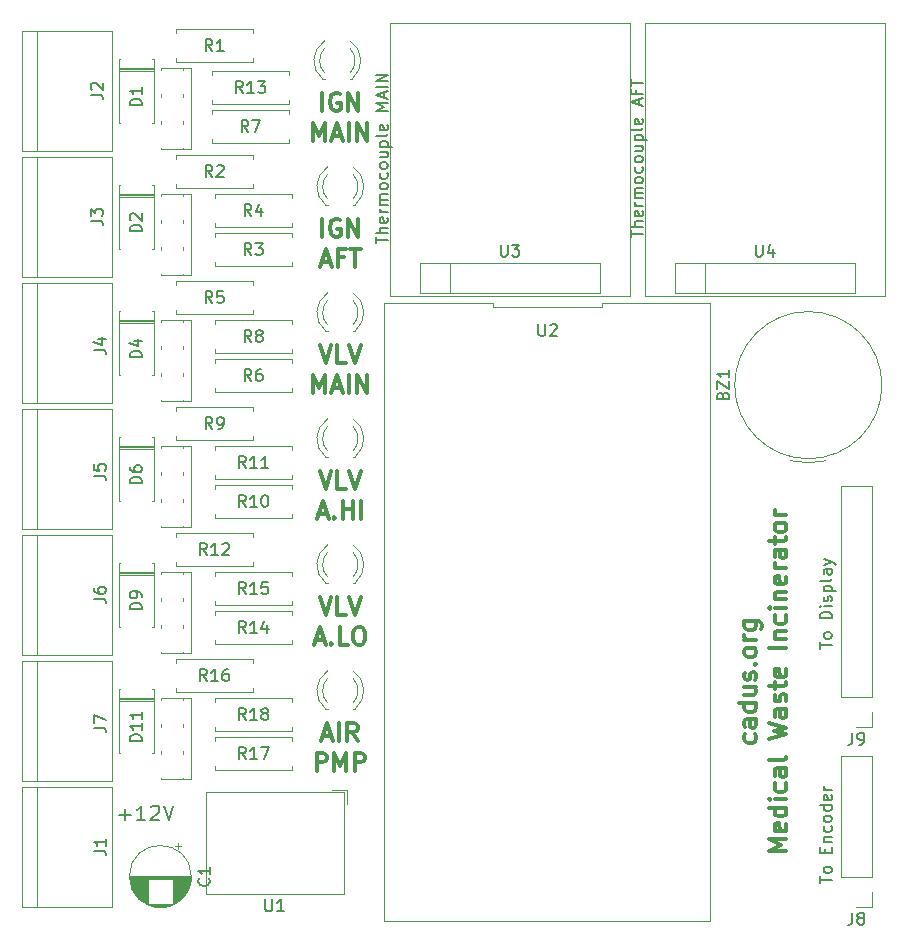
<source format=gbr>
G04 #@! TF.GenerationSoftware,KiCad,Pcbnew,5.1.5-52549c5~84~ubuntu18.04.1*
G04 #@! TF.CreationDate,2020-01-16T21:55:41+01:00*
G04 #@! TF.ProjectId,incinerator,696e6369-6e65-4726-9174-6f722e6b6963,v00*
G04 #@! TF.SameCoordinates,Original*
G04 #@! TF.FileFunction,Legend,Top*
G04 #@! TF.FilePolarity,Positive*
%FSLAX46Y46*%
G04 Gerber Fmt 4.6, Leading zero omitted, Abs format (unit mm)*
G04 Created by KiCad (PCBNEW 5.1.5-52549c5~84~ubuntu18.04.1) date 2020-01-16 21:55:41*
%MOMM*%
%LPD*%
G04 APERTURE LIST*
%ADD10C,0.300000*%
%ADD11C,0.200000*%
%ADD12C,0.150000*%
%ADD13C,0.120000*%
G04 APERTURE END LIST*
D10*
X127567714Y-110735000D02*
X128282000Y-110735000D01*
X127424857Y-111163571D02*
X127924857Y-109663571D01*
X128424857Y-111163571D01*
X128924857Y-111163571D02*
X128924857Y-109663571D01*
X130496285Y-111163571D02*
X129996285Y-110449285D01*
X129639142Y-111163571D02*
X129639142Y-109663571D01*
X130210571Y-109663571D01*
X130353428Y-109735000D01*
X130424857Y-109806428D01*
X130496285Y-109949285D01*
X130496285Y-110163571D01*
X130424857Y-110306428D01*
X130353428Y-110377857D01*
X130210571Y-110449285D01*
X129639142Y-110449285D01*
X127032000Y-113713571D02*
X127032000Y-112213571D01*
X127603428Y-112213571D01*
X127746285Y-112285000D01*
X127817714Y-112356428D01*
X127889142Y-112499285D01*
X127889142Y-112713571D01*
X127817714Y-112856428D01*
X127746285Y-112927857D01*
X127603428Y-112999285D01*
X127032000Y-112999285D01*
X128532000Y-113713571D02*
X128532000Y-112213571D01*
X129032000Y-113285000D01*
X129532000Y-112213571D01*
X129532000Y-113713571D01*
X130246285Y-113713571D02*
X130246285Y-112213571D01*
X130817714Y-112213571D01*
X130960571Y-112285000D01*
X131032000Y-112356428D01*
X131103428Y-112499285D01*
X131103428Y-112713571D01*
X131032000Y-112856428D01*
X130960571Y-112927857D01*
X130817714Y-112999285D01*
X130246285Y-112999285D01*
D11*
X110319619Y-117437285D02*
X111272000Y-117437285D01*
X110795809Y-117913476D02*
X110795809Y-116961095D01*
X112522000Y-117913476D02*
X111807714Y-117913476D01*
X112164857Y-117913476D02*
X112164857Y-116663476D01*
X112045809Y-116842047D01*
X111926761Y-116961095D01*
X111807714Y-117020619D01*
X112998190Y-116782523D02*
X113057714Y-116723000D01*
X113176761Y-116663476D01*
X113474380Y-116663476D01*
X113593428Y-116723000D01*
X113652952Y-116782523D01*
X113712476Y-116901571D01*
X113712476Y-117020619D01*
X113652952Y-117199190D01*
X112938666Y-117913476D01*
X113712476Y-117913476D01*
X114069619Y-116663476D02*
X114486285Y-117913476D01*
X114902952Y-116663476D01*
D10*
X127282000Y-98995571D02*
X127782000Y-100495571D01*
X128282000Y-98995571D01*
X129496285Y-100495571D02*
X128782000Y-100495571D01*
X128782000Y-98995571D01*
X129782000Y-98995571D02*
X130282000Y-100495571D01*
X130782000Y-98995571D01*
X126924857Y-102617000D02*
X127639142Y-102617000D01*
X126782000Y-103045571D02*
X127282000Y-101545571D01*
X127782000Y-103045571D01*
X128282000Y-102902714D02*
X128353428Y-102974142D01*
X128282000Y-103045571D01*
X128210571Y-102974142D01*
X128282000Y-102902714D01*
X128282000Y-103045571D01*
X129710571Y-103045571D02*
X128996285Y-103045571D01*
X128996285Y-101545571D01*
X130496285Y-101545571D02*
X130782000Y-101545571D01*
X130924857Y-101617000D01*
X131067714Y-101759857D01*
X131139142Y-102045571D01*
X131139142Y-102545571D01*
X131067714Y-102831285D01*
X130924857Y-102974142D01*
X130782000Y-103045571D01*
X130496285Y-103045571D01*
X130353428Y-102974142D01*
X130210571Y-102831285D01*
X130139142Y-102545571D01*
X130139142Y-102045571D01*
X130210571Y-101759857D01*
X130353428Y-101617000D01*
X130496285Y-101545571D01*
X127282000Y-88327571D02*
X127782000Y-89827571D01*
X128282000Y-88327571D01*
X129496285Y-89827571D02*
X128782000Y-89827571D01*
X128782000Y-88327571D01*
X129782000Y-88327571D02*
X130282000Y-89827571D01*
X130782000Y-88327571D01*
X127174857Y-91949000D02*
X127889142Y-91949000D01*
X127032000Y-92377571D02*
X127532000Y-90877571D01*
X128032000Y-92377571D01*
X128532000Y-92234714D02*
X128603428Y-92306142D01*
X128532000Y-92377571D01*
X128460571Y-92306142D01*
X128532000Y-92234714D01*
X128532000Y-92377571D01*
X129246285Y-92377571D02*
X129246285Y-90877571D01*
X129246285Y-91591857D02*
X130103428Y-91591857D01*
X130103428Y-92377571D02*
X130103428Y-90877571D01*
X130817714Y-92377571D02*
X130817714Y-90877571D01*
X127282000Y-77659571D02*
X127782000Y-79159571D01*
X128282000Y-77659571D01*
X129496285Y-79159571D02*
X128782000Y-79159571D01*
X128782000Y-77659571D01*
X129782000Y-77659571D02*
X130282000Y-79159571D01*
X130782000Y-77659571D01*
X126746285Y-81709571D02*
X126746285Y-80209571D01*
X127246285Y-81281000D01*
X127746285Y-80209571D01*
X127746285Y-81709571D01*
X128389142Y-81281000D02*
X129103428Y-81281000D01*
X128246285Y-81709571D02*
X128746285Y-80209571D01*
X129246285Y-81709571D01*
X129746285Y-81709571D02*
X129746285Y-80209571D01*
X130460571Y-81709571D02*
X130460571Y-80209571D01*
X131317714Y-81709571D01*
X131317714Y-80209571D01*
X127496285Y-68491571D02*
X127496285Y-66991571D01*
X128996285Y-67063000D02*
X128853428Y-66991571D01*
X128639142Y-66991571D01*
X128424857Y-67063000D01*
X128282000Y-67205857D01*
X128210571Y-67348714D01*
X128139142Y-67634428D01*
X128139142Y-67848714D01*
X128210571Y-68134428D01*
X128282000Y-68277285D01*
X128424857Y-68420142D01*
X128639142Y-68491571D01*
X128782000Y-68491571D01*
X128996285Y-68420142D01*
X129067714Y-68348714D01*
X129067714Y-67848714D01*
X128782000Y-67848714D01*
X129710571Y-68491571D02*
X129710571Y-66991571D01*
X130567714Y-68491571D01*
X130567714Y-66991571D01*
X127460571Y-70613000D02*
X128174857Y-70613000D01*
X127317714Y-71041571D02*
X127817714Y-69541571D01*
X128317714Y-71041571D01*
X129317714Y-70255857D02*
X128817714Y-70255857D01*
X128817714Y-71041571D02*
X128817714Y-69541571D01*
X129532000Y-69541571D01*
X129889142Y-69541571D02*
X130746285Y-69541571D01*
X130317714Y-71041571D02*
X130317714Y-69541571D01*
X127496285Y-57823571D02*
X127496285Y-56323571D01*
X128996285Y-56395000D02*
X128853428Y-56323571D01*
X128639142Y-56323571D01*
X128424857Y-56395000D01*
X128282000Y-56537857D01*
X128210571Y-56680714D01*
X128139142Y-56966428D01*
X128139142Y-57180714D01*
X128210571Y-57466428D01*
X128282000Y-57609285D01*
X128424857Y-57752142D01*
X128639142Y-57823571D01*
X128782000Y-57823571D01*
X128996285Y-57752142D01*
X129067714Y-57680714D01*
X129067714Y-57180714D01*
X128782000Y-57180714D01*
X129710571Y-57823571D02*
X129710571Y-56323571D01*
X130567714Y-57823571D01*
X130567714Y-56323571D01*
X126746285Y-60373571D02*
X126746285Y-58873571D01*
X127246285Y-59945000D01*
X127746285Y-58873571D01*
X127746285Y-60373571D01*
X128389142Y-59945000D02*
X129103428Y-59945000D01*
X128246285Y-60373571D02*
X128746285Y-58873571D01*
X129246285Y-60373571D01*
X129746285Y-60373571D02*
X129746285Y-58873571D01*
X130460571Y-60373571D02*
X130460571Y-58873571D01*
X131317714Y-60373571D01*
X131317714Y-58873571D01*
X164178142Y-110636285D02*
X164249571Y-110779142D01*
X164249571Y-111064857D01*
X164178142Y-111207714D01*
X164106714Y-111279142D01*
X163963857Y-111350571D01*
X163535285Y-111350571D01*
X163392428Y-111279142D01*
X163321000Y-111207714D01*
X163249571Y-111064857D01*
X163249571Y-110779142D01*
X163321000Y-110636285D01*
X164249571Y-109350571D02*
X163463857Y-109350571D01*
X163321000Y-109422000D01*
X163249571Y-109564857D01*
X163249571Y-109850571D01*
X163321000Y-109993428D01*
X164178142Y-109350571D02*
X164249571Y-109493428D01*
X164249571Y-109850571D01*
X164178142Y-109993428D01*
X164035285Y-110064857D01*
X163892428Y-110064857D01*
X163749571Y-109993428D01*
X163678142Y-109850571D01*
X163678142Y-109493428D01*
X163606714Y-109350571D01*
X164249571Y-107993428D02*
X162749571Y-107993428D01*
X164178142Y-107993428D02*
X164249571Y-108136285D01*
X164249571Y-108422000D01*
X164178142Y-108564857D01*
X164106714Y-108636285D01*
X163963857Y-108707714D01*
X163535285Y-108707714D01*
X163392428Y-108636285D01*
X163321000Y-108564857D01*
X163249571Y-108422000D01*
X163249571Y-108136285D01*
X163321000Y-107993428D01*
X163249571Y-106636285D02*
X164249571Y-106636285D01*
X163249571Y-107279142D02*
X164035285Y-107279142D01*
X164178142Y-107207714D01*
X164249571Y-107064857D01*
X164249571Y-106850571D01*
X164178142Y-106707714D01*
X164106714Y-106636285D01*
X164178142Y-105993428D02*
X164249571Y-105850571D01*
X164249571Y-105564857D01*
X164178142Y-105422000D01*
X164035285Y-105350571D01*
X163963857Y-105350571D01*
X163821000Y-105422000D01*
X163749571Y-105564857D01*
X163749571Y-105779142D01*
X163678142Y-105922000D01*
X163535285Y-105993428D01*
X163463857Y-105993428D01*
X163321000Y-105922000D01*
X163249571Y-105779142D01*
X163249571Y-105564857D01*
X163321000Y-105422000D01*
X164106714Y-104707714D02*
X164178142Y-104636285D01*
X164249571Y-104707714D01*
X164178142Y-104779142D01*
X164106714Y-104707714D01*
X164249571Y-104707714D01*
X164249571Y-103779142D02*
X164178142Y-103922000D01*
X164106714Y-103993428D01*
X163963857Y-104064857D01*
X163535285Y-104064857D01*
X163392428Y-103993428D01*
X163321000Y-103922000D01*
X163249571Y-103779142D01*
X163249571Y-103564857D01*
X163321000Y-103422000D01*
X163392428Y-103350571D01*
X163535285Y-103279142D01*
X163963857Y-103279142D01*
X164106714Y-103350571D01*
X164178142Y-103422000D01*
X164249571Y-103564857D01*
X164249571Y-103779142D01*
X164249571Y-102636285D02*
X163249571Y-102636285D01*
X163535285Y-102636285D02*
X163392428Y-102564857D01*
X163321000Y-102493428D01*
X163249571Y-102350571D01*
X163249571Y-102207714D01*
X163249571Y-101064857D02*
X164463857Y-101064857D01*
X164606714Y-101136285D01*
X164678142Y-101207714D01*
X164749571Y-101350571D01*
X164749571Y-101564857D01*
X164678142Y-101707714D01*
X164178142Y-101064857D02*
X164249571Y-101207714D01*
X164249571Y-101493428D01*
X164178142Y-101636285D01*
X164106714Y-101707714D01*
X163963857Y-101779142D01*
X163535285Y-101779142D01*
X163392428Y-101707714D01*
X163321000Y-101636285D01*
X163249571Y-101493428D01*
X163249571Y-101207714D01*
X163321000Y-101064857D01*
X166799571Y-120493428D02*
X165299571Y-120493428D01*
X166371000Y-119993428D01*
X165299571Y-119493428D01*
X166799571Y-119493428D01*
X166728142Y-118207714D02*
X166799571Y-118350571D01*
X166799571Y-118636285D01*
X166728142Y-118779142D01*
X166585285Y-118850571D01*
X166013857Y-118850571D01*
X165871000Y-118779142D01*
X165799571Y-118636285D01*
X165799571Y-118350571D01*
X165871000Y-118207714D01*
X166013857Y-118136285D01*
X166156714Y-118136285D01*
X166299571Y-118850571D01*
X166799571Y-116850571D02*
X165299571Y-116850571D01*
X166728142Y-116850571D02*
X166799571Y-116993428D01*
X166799571Y-117279142D01*
X166728142Y-117422000D01*
X166656714Y-117493428D01*
X166513857Y-117564857D01*
X166085285Y-117564857D01*
X165942428Y-117493428D01*
X165871000Y-117422000D01*
X165799571Y-117279142D01*
X165799571Y-116993428D01*
X165871000Y-116850571D01*
X166799571Y-116136285D02*
X165799571Y-116136285D01*
X165299571Y-116136285D02*
X165371000Y-116207714D01*
X165442428Y-116136285D01*
X165371000Y-116064857D01*
X165299571Y-116136285D01*
X165442428Y-116136285D01*
X166728142Y-114779142D02*
X166799571Y-114922000D01*
X166799571Y-115207714D01*
X166728142Y-115350571D01*
X166656714Y-115422000D01*
X166513857Y-115493428D01*
X166085285Y-115493428D01*
X165942428Y-115422000D01*
X165871000Y-115350571D01*
X165799571Y-115207714D01*
X165799571Y-114922000D01*
X165871000Y-114779142D01*
X166799571Y-113493428D02*
X166013857Y-113493428D01*
X165871000Y-113564857D01*
X165799571Y-113707714D01*
X165799571Y-113993428D01*
X165871000Y-114136285D01*
X166728142Y-113493428D02*
X166799571Y-113636285D01*
X166799571Y-113993428D01*
X166728142Y-114136285D01*
X166585285Y-114207714D01*
X166442428Y-114207714D01*
X166299571Y-114136285D01*
X166228142Y-113993428D01*
X166228142Y-113636285D01*
X166156714Y-113493428D01*
X166799571Y-112564857D02*
X166728142Y-112707714D01*
X166585285Y-112779142D01*
X165299571Y-112779142D01*
X165299571Y-110993428D02*
X166799571Y-110636285D01*
X165728142Y-110350571D01*
X166799571Y-110064857D01*
X165299571Y-109707714D01*
X166799571Y-108493428D02*
X166013857Y-108493428D01*
X165871000Y-108564857D01*
X165799571Y-108707714D01*
X165799571Y-108993428D01*
X165871000Y-109136285D01*
X166728142Y-108493428D02*
X166799571Y-108636285D01*
X166799571Y-108993428D01*
X166728142Y-109136285D01*
X166585285Y-109207714D01*
X166442428Y-109207714D01*
X166299571Y-109136285D01*
X166228142Y-108993428D01*
X166228142Y-108636285D01*
X166156714Y-108493428D01*
X166728142Y-107850571D02*
X166799571Y-107707714D01*
X166799571Y-107422000D01*
X166728142Y-107279142D01*
X166585285Y-107207714D01*
X166513857Y-107207714D01*
X166371000Y-107279142D01*
X166299571Y-107422000D01*
X166299571Y-107636285D01*
X166228142Y-107779142D01*
X166085285Y-107850571D01*
X166013857Y-107850571D01*
X165871000Y-107779142D01*
X165799571Y-107636285D01*
X165799571Y-107422000D01*
X165871000Y-107279142D01*
X165799571Y-106779142D02*
X165799571Y-106207714D01*
X165299571Y-106564857D02*
X166585285Y-106564857D01*
X166728142Y-106493428D01*
X166799571Y-106350571D01*
X166799571Y-106207714D01*
X166728142Y-105136285D02*
X166799571Y-105279142D01*
X166799571Y-105564857D01*
X166728142Y-105707714D01*
X166585285Y-105779142D01*
X166013857Y-105779142D01*
X165871000Y-105707714D01*
X165799571Y-105564857D01*
X165799571Y-105279142D01*
X165871000Y-105136285D01*
X166013857Y-105064857D01*
X166156714Y-105064857D01*
X166299571Y-105779142D01*
X166799571Y-103279142D02*
X165299571Y-103279142D01*
X165799571Y-102564857D02*
X166799571Y-102564857D01*
X165942428Y-102564857D02*
X165871000Y-102493428D01*
X165799571Y-102350571D01*
X165799571Y-102136285D01*
X165871000Y-101993428D01*
X166013857Y-101922000D01*
X166799571Y-101922000D01*
X166728142Y-100564857D02*
X166799571Y-100707714D01*
X166799571Y-100993428D01*
X166728142Y-101136285D01*
X166656714Y-101207714D01*
X166513857Y-101279142D01*
X166085285Y-101279142D01*
X165942428Y-101207714D01*
X165871000Y-101136285D01*
X165799571Y-100993428D01*
X165799571Y-100707714D01*
X165871000Y-100564857D01*
X166799571Y-99922000D02*
X165799571Y-99922000D01*
X165299571Y-99922000D02*
X165371000Y-99993428D01*
X165442428Y-99922000D01*
X165371000Y-99850571D01*
X165299571Y-99922000D01*
X165442428Y-99922000D01*
X165799571Y-99207714D02*
X166799571Y-99207714D01*
X165942428Y-99207714D02*
X165871000Y-99136285D01*
X165799571Y-98993428D01*
X165799571Y-98779142D01*
X165871000Y-98636285D01*
X166013857Y-98564857D01*
X166799571Y-98564857D01*
X166728142Y-97279142D02*
X166799571Y-97422000D01*
X166799571Y-97707714D01*
X166728142Y-97850571D01*
X166585285Y-97922000D01*
X166013857Y-97922000D01*
X165871000Y-97850571D01*
X165799571Y-97707714D01*
X165799571Y-97422000D01*
X165871000Y-97279142D01*
X166013857Y-97207714D01*
X166156714Y-97207714D01*
X166299571Y-97922000D01*
X166799571Y-96564857D02*
X165799571Y-96564857D01*
X166085285Y-96564857D02*
X165942428Y-96493428D01*
X165871000Y-96422000D01*
X165799571Y-96279142D01*
X165799571Y-96136285D01*
X166799571Y-94993428D02*
X166013857Y-94993428D01*
X165871000Y-95064857D01*
X165799571Y-95207714D01*
X165799571Y-95493428D01*
X165871000Y-95636285D01*
X166728142Y-94993428D02*
X166799571Y-95136285D01*
X166799571Y-95493428D01*
X166728142Y-95636285D01*
X166585285Y-95707714D01*
X166442428Y-95707714D01*
X166299571Y-95636285D01*
X166228142Y-95493428D01*
X166228142Y-95136285D01*
X166156714Y-94993428D01*
X165799571Y-94493428D02*
X165799571Y-93922000D01*
X165299571Y-94279142D02*
X166585285Y-94279142D01*
X166728142Y-94207714D01*
X166799571Y-94064857D01*
X166799571Y-93922000D01*
X166799571Y-93207714D02*
X166728142Y-93350571D01*
X166656714Y-93422000D01*
X166513857Y-93493428D01*
X166085285Y-93493428D01*
X165942428Y-93422000D01*
X165871000Y-93350571D01*
X165799571Y-93207714D01*
X165799571Y-92993428D01*
X165871000Y-92850571D01*
X165942428Y-92779142D01*
X166085285Y-92707714D01*
X166513857Y-92707714D01*
X166656714Y-92779142D01*
X166728142Y-92850571D01*
X166799571Y-92993428D01*
X166799571Y-93207714D01*
X166799571Y-92064857D02*
X165799571Y-92064857D01*
X166085285Y-92064857D02*
X165942428Y-91993428D01*
X165871000Y-91922000D01*
X165799571Y-91779142D01*
X165799571Y-91636285D01*
D12*
X153630380Y-68539476D02*
X153630380Y-67968047D01*
X154630380Y-68253761D02*
X153630380Y-68253761D01*
X154630380Y-67634714D02*
X153630380Y-67634714D01*
X154630380Y-67206142D02*
X154106571Y-67206142D01*
X154011333Y-67253761D01*
X153963714Y-67349000D01*
X153963714Y-67491857D01*
X154011333Y-67587095D01*
X154058952Y-67634714D01*
X154582761Y-66349000D02*
X154630380Y-66444238D01*
X154630380Y-66634714D01*
X154582761Y-66729952D01*
X154487523Y-66777571D01*
X154106571Y-66777571D01*
X154011333Y-66729952D01*
X153963714Y-66634714D01*
X153963714Y-66444238D01*
X154011333Y-66349000D01*
X154106571Y-66301380D01*
X154201809Y-66301380D01*
X154297047Y-66777571D01*
X154630380Y-65872809D02*
X153963714Y-65872809D01*
X154154190Y-65872809D02*
X154058952Y-65825190D01*
X154011333Y-65777571D01*
X153963714Y-65682333D01*
X153963714Y-65587095D01*
X154630380Y-65253761D02*
X153963714Y-65253761D01*
X154058952Y-65253761D02*
X154011333Y-65206142D01*
X153963714Y-65110904D01*
X153963714Y-64968047D01*
X154011333Y-64872809D01*
X154106571Y-64825190D01*
X154630380Y-64825190D01*
X154106571Y-64825190D02*
X154011333Y-64777571D01*
X153963714Y-64682333D01*
X153963714Y-64539476D01*
X154011333Y-64444238D01*
X154106571Y-64396619D01*
X154630380Y-64396619D01*
X154630380Y-63777571D02*
X154582761Y-63872809D01*
X154535142Y-63920428D01*
X154439904Y-63968047D01*
X154154190Y-63968047D01*
X154058952Y-63920428D01*
X154011333Y-63872809D01*
X153963714Y-63777571D01*
X153963714Y-63634714D01*
X154011333Y-63539476D01*
X154058952Y-63491857D01*
X154154190Y-63444238D01*
X154439904Y-63444238D01*
X154535142Y-63491857D01*
X154582761Y-63539476D01*
X154630380Y-63634714D01*
X154630380Y-63777571D01*
X154582761Y-62587095D02*
X154630380Y-62682333D01*
X154630380Y-62872809D01*
X154582761Y-62968047D01*
X154535142Y-63015666D01*
X154439904Y-63063285D01*
X154154190Y-63063285D01*
X154058952Y-63015666D01*
X154011333Y-62968047D01*
X153963714Y-62872809D01*
X153963714Y-62682333D01*
X154011333Y-62587095D01*
X154630380Y-62015666D02*
X154582761Y-62110904D01*
X154535142Y-62158523D01*
X154439904Y-62206142D01*
X154154190Y-62206142D01*
X154058952Y-62158523D01*
X154011333Y-62110904D01*
X153963714Y-62015666D01*
X153963714Y-61872809D01*
X154011333Y-61777571D01*
X154058952Y-61729952D01*
X154154190Y-61682333D01*
X154439904Y-61682333D01*
X154535142Y-61729952D01*
X154582761Y-61777571D01*
X154630380Y-61872809D01*
X154630380Y-62015666D01*
X153963714Y-60825190D02*
X154630380Y-60825190D01*
X153963714Y-61253761D02*
X154487523Y-61253761D01*
X154582761Y-61206142D01*
X154630380Y-61110904D01*
X154630380Y-60968047D01*
X154582761Y-60872809D01*
X154535142Y-60825190D01*
X153963714Y-60349000D02*
X154963714Y-60349000D01*
X154011333Y-60349000D02*
X153963714Y-60253761D01*
X153963714Y-60063285D01*
X154011333Y-59968047D01*
X154058952Y-59920428D01*
X154154190Y-59872809D01*
X154439904Y-59872809D01*
X154535142Y-59920428D01*
X154582761Y-59968047D01*
X154630380Y-60063285D01*
X154630380Y-60253761D01*
X154582761Y-60349000D01*
X154630380Y-59301380D02*
X154582761Y-59396619D01*
X154487523Y-59444238D01*
X153630380Y-59444238D01*
X154582761Y-58539476D02*
X154630380Y-58634714D01*
X154630380Y-58825190D01*
X154582761Y-58920428D01*
X154487523Y-58968047D01*
X154106571Y-58968047D01*
X154011333Y-58920428D01*
X153963714Y-58825190D01*
X153963714Y-58634714D01*
X154011333Y-58539476D01*
X154106571Y-58491857D01*
X154201809Y-58491857D01*
X154297047Y-58968047D01*
X154344666Y-57349000D02*
X154344666Y-56872809D01*
X154630380Y-57444238D02*
X153630380Y-57110904D01*
X154630380Y-56777571D01*
X154106571Y-56110904D02*
X154106571Y-56444238D01*
X154630380Y-56444238D02*
X153630380Y-56444238D01*
X153630380Y-55968047D01*
X153630380Y-55729952D02*
X153630380Y-55158523D01*
X154630380Y-55444238D02*
X153630380Y-55444238D01*
X132040380Y-69063285D02*
X132040380Y-68491857D01*
X133040380Y-68777571D02*
X132040380Y-68777571D01*
X133040380Y-68158523D02*
X132040380Y-68158523D01*
X133040380Y-67729952D02*
X132516571Y-67729952D01*
X132421333Y-67777571D01*
X132373714Y-67872809D01*
X132373714Y-68015666D01*
X132421333Y-68110904D01*
X132468952Y-68158523D01*
X132992761Y-66872809D02*
X133040380Y-66968047D01*
X133040380Y-67158523D01*
X132992761Y-67253761D01*
X132897523Y-67301380D01*
X132516571Y-67301380D01*
X132421333Y-67253761D01*
X132373714Y-67158523D01*
X132373714Y-66968047D01*
X132421333Y-66872809D01*
X132516571Y-66825190D01*
X132611809Y-66825190D01*
X132707047Y-67301380D01*
X133040380Y-66396619D02*
X132373714Y-66396619D01*
X132564190Y-66396619D02*
X132468952Y-66349000D01*
X132421333Y-66301380D01*
X132373714Y-66206142D01*
X132373714Y-66110904D01*
X133040380Y-65777571D02*
X132373714Y-65777571D01*
X132468952Y-65777571D02*
X132421333Y-65729952D01*
X132373714Y-65634714D01*
X132373714Y-65491857D01*
X132421333Y-65396619D01*
X132516571Y-65349000D01*
X133040380Y-65349000D01*
X132516571Y-65349000D02*
X132421333Y-65301380D01*
X132373714Y-65206142D01*
X132373714Y-65063285D01*
X132421333Y-64968047D01*
X132516571Y-64920428D01*
X133040380Y-64920428D01*
X133040380Y-64301380D02*
X132992761Y-64396619D01*
X132945142Y-64444238D01*
X132849904Y-64491857D01*
X132564190Y-64491857D01*
X132468952Y-64444238D01*
X132421333Y-64396619D01*
X132373714Y-64301380D01*
X132373714Y-64158523D01*
X132421333Y-64063285D01*
X132468952Y-64015666D01*
X132564190Y-63968047D01*
X132849904Y-63968047D01*
X132945142Y-64015666D01*
X132992761Y-64063285D01*
X133040380Y-64158523D01*
X133040380Y-64301380D01*
X132992761Y-63110904D02*
X133040380Y-63206142D01*
X133040380Y-63396619D01*
X132992761Y-63491857D01*
X132945142Y-63539476D01*
X132849904Y-63587095D01*
X132564190Y-63587095D01*
X132468952Y-63539476D01*
X132421333Y-63491857D01*
X132373714Y-63396619D01*
X132373714Y-63206142D01*
X132421333Y-63110904D01*
X133040380Y-62539476D02*
X132992761Y-62634714D01*
X132945142Y-62682333D01*
X132849904Y-62729952D01*
X132564190Y-62729952D01*
X132468952Y-62682333D01*
X132421333Y-62634714D01*
X132373714Y-62539476D01*
X132373714Y-62396619D01*
X132421333Y-62301380D01*
X132468952Y-62253761D01*
X132564190Y-62206142D01*
X132849904Y-62206142D01*
X132945142Y-62253761D01*
X132992761Y-62301380D01*
X133040380Y-62396619D01*
X133040380Y-62539476D01*
X132373714Y-61349000D02*
X133040380Y-61349000D01*
X132373714Y-61777571D02*
X132897523Y-61777571D01*
X132992761Y-61729952D01*
X133040380Y-61634714D01*
X133040380Y-61491857D01*
X132992761Y-61396619D01*
X132945142Y-61349000D01*
X132373714Y-60872809D02*
X133373714Y-60872809D01*
X132421333Y-60872809D02*
X132373714Y-60777571D01*
X132373714Y-60587095D01*
X132421333Y-60491857D01*
X132468952Y-60444238D01*
X132564190Y-60396619D01*
X132849904Y-60396619D01*
X132945142Y-60444238D01*
X132992761Y-60491857D01*
X133040380Y-60587095D01*
X133040380Y-60777571D01*
X132992761Y-60872809D01*
X133040380Y-59825190D02*
X132992761Y-59920428D01*
X132897523Y-59968047D01*
X132040380Y-59968047D01*
X132992761Y-59063285D02*
X133040380Y-59158523D01*
X133040380Y-59349000D01*
X132992761Y-59444238D01*
X132897523Y-59491857D01*
X132516571Y-59491857D01*
X132421333Y-59444238D01*
X132373714Y-59349000D01*
X132373714Y-59158523D01*
X132421333Y-59063285D01*
X132516571Y-59015666D01*
X132611809Y-59015666D01*
X132707047Y-59491857D01*
X133040380Y-57825190D02*
X132040380Y-57825190D01*
X132754666Y-57491857D01*
X132040380Y-57158523D01*
X133040380Y-57158523D01*
X132754666Y-56729952D02*
X132754666Y-56253761D01*
X133040380Y-56825190D02*
X132040380Y-56491857D01*
X133040380Y-56158523D01*
X133040380Y-55825190D02*
X132040380Y-55825190D01*
X133040380Y-55349000D02*
X132040380Y-55349000D01*
X133040380Y-54777571D01*
X132040380Y-54777571D01*
D13*
X174050000Y-125282000D02*
X172720000Y-125282000D01*
X174050000Y-123952000D02*
X174050000Y-125282000D01*
X174050000Y-122682000D02*
X171390000Y-122682000D01*
X171390000Y-122682000D02*
X171390000Y-112462000D01*
X174050000Y-122682000D02*
X174050000Y-112462000D01*
X174050000Y-112462000D02*
X171390000Y-112462000D01*
X174050000Y-110042000D02*
X172720000Y-110042000D01*
X174050000Y-108712000D02*
X174050000Y-110042000D01*
X174050000Y-107442000D02*
X171390000Y-107442000D01*
X171390000Y-107442000D02*
X171390000Y-89602000D01*
X174050000Y-107442000D02*
X174050000Y-89602000D01*
X174050000Y-89602000D02*
X171390000Y-89602000D01*
X127953392Y-105261665D02*
G75*
G03X127796484Y-108494000I1078608J-1672335D01*
G01*
X130110608Y-105261665D02*
G75*
G02X130267516Y-108494000I-1078608J-1672335D01*
G01*
X127952163Y-105892870D02*
G75*
G03X127952000Y-107974961I1079837J-1041130D01*
G01*
X130111837Y-105892870D02*
G75*
G02X130112000Y-107974961I-1079837J-1041130D01*
G01*
X127796000Y-108494000D02*
X127952000Y-108494000D01*
X130112000Y-108494000D02*
X130268000Y-108494000D01*
X127953392Y-73257665D02*
G75*
G03X127796484Y-76490000I1078608J-1672335D01*
G01*
X130110608Y-73257665D02*
G75*
G02X130267516Y-76490000I-1078608J-1672335D01*
G01*
X127952163Y-73888870D02*
G75*
G03X127952000Y-75970961I1079837J-1041130D01*
G01*
X130111837Y-73888870D02*
G75*
G02X130112000Y-75970961I-1079837J-1041130D01*
G01*
X127796000Y-76490000D02*
X127952000Y-76490000D01*
X130112000Y-76490000D02*
X130268000Y-76490000D01*
X127953392Y-62589665D02*
G75*
G03X127796484Y-65822000I1078608J-1672335D01*
G01*
X130110608Y-62589665D02*
G75*
G02X130267516Y-65822000I-1078608J-1672335D01*
G01*
X127952163Y-63220870D02*
G75*
G03X127952000Y-65302961I1079837J-1041130D01*
G01*
X130111837Y-63220870D02*
G75*
G02X130112000Y-65302961I-1079837J-1041130D01*
G01*
X127796000Y-65822000D02*
X127952000Y-65822000D01*
X130112000Y-65822000D02*
X130268000Y-65822000D01*
X127699392Y-51921665D02*
G75*
G03X127542484Y-55154000I1078608J-1672335D01*
G01*
X129856608Y-51921665D02*
G75*
G02X130013516Y-55154000I-1078608J-1672335D01*
G01*
X127698163Y-52552870D02*
G75*
G03X127698000Y-54634961I1079837J-1041130D01*
G01*
X129857837Y-52552870D02*
G75*
G02X129858000Y-54634961I-1079837J-1041130D01*
G01*
X127542000Y-55154000D02*
X127698000Y-55154000D01*
X129858000Y-55154000D02*
X130014000Y-55154000D01*
X127953392Y-83925665D02*
G75*
G03X127796484Y-87158000I1078608J-1672335D01*
G01*
X130110608Y-83925665D02*
G75*
G02X130267516Y-87158000I-1078608J-1672335D01*
G01*
X127952163Y-84556870D02*
G75*
G03X127952000Y-86638961I1079837J-1041130D01*
G01*
X130111837Y-84556870D02*
G75*
G02X130112000Y-86638961I-1079837J-1041130D01*
G01*
X127796000Y-87158000D02*
X127952000Y-87158000D01*
X130112000Y-87158000D02*
X130268000Y-87158000D01*
X127953392Y-94593665D02*
G75*
G03X127796484Y-97826000I1078608J-1672335D01*
G01*
X130110608Y-94593665D02*
G75*
G02X130267516Y-97826000I-1078608J-1672335D01*
G01*
X127952163Y-95224870D02*
G75*
G03X127952000Y-97306961I1079837J-1041130D01*
G01*
X130111837Y-95224870D02*
G75*
G02X130112000Y-97306961I-1079837J-1041130D01*
G01*
X127796000Y-97826000D02*
X127952000Y-97826000D01*
X130112000Y-97826000D02*
X130268000Y-97826000D01*
X124936000Y-110336000D02*
X124936000Y-110006000D01*
X118396000Y-110336000D02*
X124936000Y-110336000D01*
X118396000Y-110006000D02*
X118396000Y-110336000D01*
X124936000Y-107596000D02*
X124936000Y-107926000D01*
X118396000Y-107596000D02*
X124936000Y-107596000D01*
X118396000Y-107926000D02*
X118396000Y-107596000D01*
X118396000Y-110898000D02*
X118396000Y-111228000D01*
X124936000Y-110898000D02*
X118396000Y-110898000D01*
X124936000Y-111228000D02*
X124936000Y-110898000D01*
X118396000Y-113638000D02*
X118396000Y-113308000D01*
X124936000Y-113638000D02*
X118396000Y-113638000D01*
X124936000Y-113308000D02*
X124936000Y-113638000D01*
X115094000Y-104294000D02*
X115094000Y-104624000D01*
X121634000Y-104294000D02*
X115094000Y-104294000D01*
X121634000Y-104624000D02*
X121634000Y-104294000D01*
X115094000Y-107034000D02*
X115094000Y-106704000D01*
X121634000Y-107034000D02*
X115094000Y-107034000D01*
X121634000Y-106704000D02*
X121634000Y-107034000D01*
X124936000Y-99668000D02*
X124936000Y-99338000D01*
X118396000Y-99668000D02*
X124936000Y-99668000D01*
X118396000Y-99338000D02*
X118396000Y-99668000D01*
X124936000Y-96928000D02*
X124936000Y-97258000D01*
X118396000Y-96928000D02*
X124936000Y-96928000D01*
X118396000Y-97258000D02*
X118396000Y-96928000D01*
X118396000Y-100230000D02*
X118396000Y-100560000D01*
X124936000Y-100230000D02*
X118396000Y-100230000D01*
X124936000Y-100560000D02*
X124936000Y-100230000D01*
X118396000Y-102970000D02*
X118396000Y-102640000D01*
X124936000Y-102970000D02*
X118396000Y-102970000D01*
X124936000Y-102640000D02*
X124936000Y-102970000D01*
X124682000Y-57250000D02*
X124682000Y-56920000D01*
X118142000Y-57250000D02*
X124682000Y-57250000D01*
X118142000Y-56920000D02*
X118142000Y-57250000D01*
X124682000Y-54510000D02*
X124682000Y-54840000D01*
X118142000Y-54510000D02*
X124682000Y-54510000D01*
X118142000Y-54840000D02*
X118142000Y-54510000D01*
X115094000Y-93626000D02*
X115094000Y-93956000D01*
X121634000Y-93626000D02*
X115094000Y-93626000D01*
X121634000Y-93956000D02*
X121634000Y-93626000D01*
X115094000Y-96366000D02*
X115094000Y-96036000D01*
X121634000Y-96366000D02*
X115094000Y-96366000D01*
X121634000Y-96036000D02*
X121634000Y-96366000D01*
X124936000Y-89000000D02*
X124936000Y-88670000D01*
X118396000Y-89000000D02*
X124936000Y-89000000D01*
X118396000Y-88670000D02*
X118396000Y-89000000D01*
X124936000Y-86260000D02*
X124936000Y-86590000D01*
X118396000Y-86260000D02*
X124936000Y-86260000D01*
X118396000Y-86590000D02*
X118396000Y-86260000D01*
X118396000Y-89562000D02*
X118396000Y-89892000D01*
X124936000Y-89562000D02*
X118396000Y-89562000D01*
X124936000Y-89892000D02*
X124936000Y-89562000D01*
X118396000Y-92302000D02*
X118396000Y-91972000D01*
X124936000Y-92302000D02*
X118396000Y-92302000D01*
X124936000Y-91972000D02*
X124936000Y-92302000D01*
X115094000Y-82958000D02*
X115094000Y-83288000D01*
X121634000Y-82958000D02*
X115094000Y-82958000D01*
X121634000Y-83288000D02*
X121634000Y-82958000D01*
X115094000Y-85698000D02*
X115094000Y-85368000D01*
X121634000Y-85698000D02*
X115094000Y-85698000D01*
X121634000Y-85368000D02*
X121634000Y-85698000D01*
X124936000Y-78332000D02*
X124936000Y-78002000D01*
X118396000Y-78332000D02*
X124936000Y-78332000D01*
X118396000Y-78002000D02*
X118396000Y-78332000D01*
X124936000Y-75592000D02*
X124936000Y-75922000D01*
X118396000Y-75592000D02*
X124936000Y-75592000D01*
X118396000Y-75922000D02*
X118396000Y-75592000D01*
X118142000Y-57812000D02*
X118142000Y-58142000D01*
X124682000Y-57812000D02*
X118142000Y-57812000D01*
X124682000Y-58142000D02*
X124682000Y-57812000D01*
X118142000Y-60552000D02*
X118142000Y-60222000D01*
X124682000Y-60552000D02*
X118142000Y-60552000D01*
X124682000Y-60222000D02*
X124682000Y-60552000D01*
X118396000Y-78894000D02*
X118396000Y-79224000D01*
X124936000Y-78894000D02*
X118396000Y-78894000D01*
X124936000Y-79224000D02*
X124936000Y-78894000D01*
X118396000Y-81634000D02*
X118396000Y-81304000D01*
X124936000Y-81634000D02*
X118396000Y-81634000D01*
X124936000Y-81304000D02*
X124936000Y-81634000D01*
X115094000Y-72290000D02*
X115094000Y-72620000D01*
X121634000Y-72290000D02*
X115094000Y-72290000D01*
X121634000Y-72620000D02*
X121634000Y-72290000D01*
X115094000Y-75030000D02*
X115094000Y-74700000D01*
X121634000Y-75030000D02*
X115094000Y-75030000D01*
X121634000Y-74700000D02*
X121634000Y-75030000D01*
X124936000Y-67664000D02*
X124936000Y-67334000D01*
X118396000Y-67664000D02*
X124936000Y-67664000D01*
X118396000Y-67334000D02*
X118396000Y-67664000D01*
X124936000Y-64924000D02*
X124936000Y-65254000D01*
X118396000Y-64924000D02*
X124936000Y-64924000D01*
X118396000Y-65254000D02*
X118396000Y-64924000D01*
X118396000Y-68226000D02*
X118396000Y-68556000D01*
X124936000Y-68226000D02*
X118396000Y-68226000D01*
X124936000Y-68556000D02*
X124936000Y-68226000D01*
X118396000Y-70966000D02*
X118396000Y-70636000D01*
X124936000Y-70966000D02*
X118396000Y-70966000D01*
X124936000Y-70636000D02*
X124936000Y-70966000D01*
X115094000Y-61622000D02*
X115094000Y-61952000D01*
X121634000Y-61622000D02*
X115094000Y-61622000D01*
X121634000Y-61952000D02*
X121634000Y-61622000D01*
X115094000Y-64362000D02*
X115094000Y-64032000D01*
X121634000Y-64362000D02*
X115094000Y-64362000D01*
X121634000Y-64032000D02*
X121634000Y-64362000D01*
X115094000Y-50954000D02*
X115094000Y-51284000D01*
X121634000Y-50954000D02*
X115094000Y-50954000D01*
X121634000Y-51284000D02*
X121634000Y-50954000D01*
X115094000Y-53694000D02*
X115094000Y-53364000D01*
X121634000Y-53694000D02*
X115094000Y-53694000D01*
X121634000Y-53364000D02*
X121634000Y-53694000D01*
X115708000Y-114292000D02*
X115708000Y-114418000D01*
X115708000Y-112006000D02*
X115708000Y-112277000D01*
X115708000Y-109720000D02*
X115708000Y-109991000D01*
X115708000Y-107578000D02*
X115708000Y-107704000D01*
X116348000Y-114418000D02*
X113808000Y-114418000D01*
X116348000Y-107578000D02*
X113808000Y-107578000D01*
X113808000Y-114292000D02*
X113808000Y-114418000D01*
X113808000Y-112006000D02*
X113808000Y-112277000D01*
X113808000Y-109720000D02*
X113808000Y-109991000D01*
X113808000Y-107578000D02*
X113808000Y-107704000D01*
X116348000Y-107578000D02*
X116348000Y-114418000D01*
X115708000Y-103624000D02*
X115708000Y-103750000D01*
X115708000Y-101338000D02*
X115708000Y-101609000D01*
X115708000Y-99052000D02*
X115708000Y-99323000D01*
X115708000Y-96910000D02*
X115708000Y-97036000D01*
X116348000Y-103750000D02*
X113808000Y-103750000D01*
X116348000Y-96910000D02*
X113808000Y-96910000D01*
X113808000Y-103624000D02*
X113808000Y-103750000D01*
X113808000Y-101338000D02*
X113808000Y-101609000D01*
X113808000Y-99052000D02*
X113808000Y-99323000D01*
X113808000Y-96910000D02*
X113808000Y-97036000D01*
X116348000Y-96910000D02*
X116348000Y-103750000D01*
X115708000Y-92956000D02*
X115708000Y-93082000D01*
X115708000Y-90670000D02*
X115708000Y-90941000D01*
X115708000Y-88384000D02*
X115708000Y-88655000D01*
X115708000Y-86242000D02*
X115708000Y-86368000D01*
X116348000Y-93082000D02*
X113808000Y-93082000D01*
X116348000Y-86242000D02*
X113808000Y-86242000D01*
X113808000Y-92956000D02*
X113808000Y-93082000D01*
X113808000Y-90670000D02*
X113808000Y-90941000D01*
X113808000Y-88384000D02*
X113808000Y-88655000D01*
X113808000Y-86242000D02*
X113808000Y-86368000D01*
X116348000Y-86242000D02*
X116348000Y-93082000D01*
X115708000Y-82288000D02*
X115708000Y-82414000D01*
X115708000Y-80002000D02*
X115708000Y-80273000D01*
X115708000Y-77716000D02*
X115708000Y-77987000D01*
X115708000Y-75574000D02*
X115708000Y-75700000D01*
X116348000Y-82414000D02*
X113808000Y-82414000D01*
X116348000Y-75574000D02*
X113808000Y-75574000D01*
X113808000Y-82288000D02*
X113808000Y-82414000D01*
X113808000Y-80002000D02*
X113808000Y-80273000D01*
X113808000Y-77716000D02*
X113808000Y-77987000D01*
X113808000Y-75574000D02*
X113808000Y-75700000D01*
X116348000Y-75574000D02*
X116348000Y-82414000D01*
X115708000Y-71620000D02*
X115708000Y-71746000D01*
X115708000Y-69334000D02*
X115708000Y-69605000D01*
X115708000Y-67048000D02*
X115708000Y-67319000D01*
X115708000Y-64906000D02*
X115708000Y-65032000D01*
X116348000Y-71746000D02*
X113808000Y-71746000D01*
X116348000Y-64906000D02*
X113808000Y-64906000D01*
X113808000Y-71620000D02*
X113808000Y-71746000D01*
X113808000Y-69334000D02*
X113808000Y-69605000D01*
X113808000Y-67048000D02*
X113808000Y-67319000D01*
X113808000Y-64906000D02*
X113808000Y-65032000D01*
X116348000Y-64906000D02*
X116348000Y-71746000D01*
X115708000Y-60952000D02*
X115708000Y-61078000D01*
X115708000Y-58666000D02*
X115708000Y-58937000D01*
X115708000Y-56380000D02*
X115708000Y-56651000D01*
X115708000Y-54238000D02*
X115708000Y-54364000D01*
X116348000Y-61078000D02*
X113808000Y-61078000D01*
X116348000Y-54238000D02*
X113808000Y-54238000D01*
X113808000Y-60952000D02*
X113808000Y-61078000D01*
X113808000Y-58666000D02*
X113808000Y-58937000D01*
X113808000Y-56380000D02*
X113808000Y-56651000D01*
X113808000Y-54238000D02*
X113808000Y-54364000D01*
X116348000Y-54238000D02*
X116348000Y-61078000D01*
X113230000Y-107534000D02*
X110290000Y-107534000D01*
X113230000Y-107774000D02*
X110290000Y-107774000D01*
X113230000Y-107654000D02*
X110290000Y-107654000D01*
X110290000Y-112194000D02*
X110420000Y-112194000D01*
X110290000Y-106754000D02*
X110290000Y-112194000D01*
X110420000Y-106754000D02*
X110290000Y-106754000D01*
X113230000Y-112194000D02*
X113100000Y-112194000D01*
X113230000Y-106754000D02*
X113230000Y-112194000D01*
X113100000Y-106754000D02*
X113230000Y-106754000D01*
X113230000Y-96866000D02*
X110290000Y-96866000D01*
X113230000Y-97106000D02*
X110290000Y-97106000D01*
X113230000Y-96986000D02*
X110290000Y-96986000D01*
X110290000Y-101526000D02*
X110420000Y-101526000D01*
X110290000Y-96086000D02*
X110290000Y-101526000D01*
X110420000Y-96086000D02*
X110290000Y-96086000D01*
X113230000Y-101526000D02*
X113100000Y-101526000D01*
X113230000Y-96086000D02*
X113230000Y-101526000D01*
X113100000Y-96086000D02*
X113230000Y-96086000D01*
X113230000Y-86198000D02*
X110290000Y-86198000D01*
X113230000Y-86438000D02*
X110290000Y-86438000D01*
X113230000Y-86318000D02*
X110290000Y-86318000D01*
X110290000Y-90858000D02*
X110420000Y-90858000D01*
X110290000Y-85418000D02*
X110290000Y-90858000D01*
X110420000Y-85418000D02*
X110290000Y-85418000D01*
X113230000Y-90858000D02*
X113100000Y-90858000D01*
X113230000Y-85418000D02*
X113230000Y-90858000D01*
X113100000Y-85418000D02*
X113230000Y-85418000D01*
X113230000Y-75530000D02*
X110290000Y-75530000D01*
X113230000Y-75770000D02*
X110290000Y-75770000D01*
X113230000Y-75650000D02*
X110290000Y-75650000D01*
X110290000Y-80190000D02*
X110420000Y-80190000D01*
X110290000Y-74750000D02*
X110290000Y-80190000D01*
X110420000Y-74750000D02*
X110290000Y-74750000D01*
X113230000Y-80190000D02*
X113100000Y-80190000D01*
X113230000Y-74750000D02*
X113230000Y-80190000D01*
X113100000Y-74750000D02*
X113230000Y-74750000D01*
X113230000Y-64862000D02*
X110290000Y-64862000D01*
X113230000Y-65102000D02*
X110290000Y-65102000D01*
X113230000Y-64982000D02*
X110290000Y-64982000D01*
X110290000Y-69522000D02*
X110420000Y-69522000D01*
X110290000Y-64082000D02*
X110290000Y-69522000D01*
X110420000Y-64082000D02*
X110290000Y-64082000D01*
X113230000Y-69522000D02*
X113100000Y-69522000D01*
X113230000Y-64082000D02*
X113230000Y-69522000D01*
X113100000Y-64082000D02*
X113230000Y-64082000D01*
X113230000Y-54194000D02*
X110290000Y-54194000D01*
X113230000Y-54434000D02*
X110290000Y-54434000D01*
X113230000Y-54314000D02*
X110290000Y-54314000D01*
X110290000Y-58854000D02*
X110420000Y-58854000D01*
X110290000Y-53414000D02*
X110290000Y-58854000D01*
X110420000Y-53414000D02*
X110290000Y-53414000D01*
X113230000Y-58854000D02*
X113100000Y-58854000D01*
X113230000Y-53414000D02*
X113230000Y-58854000D01*
X113100000Y-53414000D02*
X113230000Y-53414000D01*
X170155999Y-87466000D02*
G75*
G02X167156000Y-87466000I-1499999J6400000D01*
G01*
X174886000Y-81066000D02*
G75*
G03X174886000Y-81066000I-6230000J0D01*
G01*
X102108000Y-104394000D02*
X102108000Y-114554000D01*
X109728000Y-104394000D02*
X102108000Y-104394000D01*
X109728000Y-114554000D02*
X109728000Y-104394000D01*
X102108000Y-114554000D02*
X109728000Y-114554000D01*
X103378000Y-114554000D02*
X103378000Y-104394000D01*
X102108000Y-72390000D02*
X102108000Y-82550000D01*
X109728000Y-72390000D02*
X102108000Y-72390000D01*
X109728000Y-82550000D02*
X109728000Y-72390000D01*
X102108000Y-82550000D02*
X109728000Y-82550000D01*
X103378000Y-82550000D02*
X103378000Y-72390000D01*
X102108000Y-61722000D02*
X102108000Y-71882000D01*
X109728000Y-61722000D02*
X102108000Y-61722000D01*
X109728000Y-71882000D02*
X109728000Y-61722000D01*
X102108000Y-71882000D02*
X109728000Y-71882000D01*
X103378000Y-71882000D02*
X103378000Y-61722000D01*
X115517000Y-120107225D02*
X115017000Y-120107225D01*
X115267000Y-119857225D02*
X115267000Y-120357225D01*
X114076000Y-125263000D02*
X113508000Y-125263000D01*
X114310000Y-125223000D02*
X113274000Y-125223000D01*
X114469000Y-125183000D02*
X113115000Y-125183000D01*
X114597000Y-125143000D02*
X112987000Y-125143000D01*
X114707000Y-125103000D02*
X112877000Y-125103000D01*
X114803000Y-125063000D02*
X112781000Y-125063000D01*
X114890000Y-125023000D02*
X112694000Y-125023000D01*
X114970000Y-124983000D02*
X112614000Y-124983000D01*
X112752000Y-124943000D02*
X112541000Y-124943000D01*
X115043000Y-124943000D02*
X114832000Y-124943000D01*
X112752000Y-124903000D02*
X112473000Y-124903000D01*
X115111000Y-124903000D02*
X114832000Y-124903000D01*
X112752000Y-124863000D02*
X112409000Y-124863000D01*
X115175000Y-124863000D02*
X114832000Y-124863000D01*
X112752000Y-124823000D02*
X112349000Y-124823000D01*
X115235000Y-124823000D02*
X114832000Y-124823000D01*
X112752000Y-124783000D02*
X112292000Y-124783000D01*
X115292000Y-124783000D02*
X114832000Y-124783000D01*
X112752000Y-124743000D02*
X112238000Y-124743000D01*
X115346000Y-124743000D02*
X114832000Y-124743000D01*
X112752000Y-124703000D02*
X112187000Y-124703000D01*
X115397000Y-124703000D02*
X114832000Y-124703000D01*
X112752000Y-124663000D02*
X112139000Y-124663000D01*
X115445000Y-124663000D02*
X114832000Y-124663000D01*
X112752000Y-124623000D02*
X112093000Y-124623000D01*
X115491000Y-124623000D02*
X114832000Y-124623000D01*
X112752000Y-124583000D02*
X112049000Y-124583000D01*
X115535000Y-124583000D02*
X114832000Y-124583000D01*
X112752000Y-124543000D02*
X112007000Y-124543000D01*
X115577000Y-124543000D02*
X114832000Y-124543000D01*
X112752000Y-124503000D02*
X111966000Y-124503000D01*
X115618000Y-124503000D02*
X114832000Y-124503000D01*
X112752000Y-124463000D02*
X111928000Y-124463000D01*
X115656000Y-124463000D02*
X114832000Y-124463000D01*
X112752000Y-124423000D02*
X111891000Y-124423000D01*
X115693000Y-124423000D02*
X114832000Y-124423000D01*
X112752000Y-124383000D02*
X111855000Y-124383000D01*
X115729000Y-124383000D02*
X114832000Y-124383000D01*
X112752000Y-124343000D02*
X111821000Y-124343000D01*
X115763000Y-124343000D02*
X114832000Y-124343000D01*
X112752000Y-124303000D02*
X111788000Y-124303000D01*
X115796000Y-124303000D02*
X114832000Y-124303000D01*
X112752000Y-124263000D02*
X111757000Y-124263000D01*
X115827000Y-124263000D02*
X114832000Y-124263000D01*
X112752000Y-124223000D02*
X111727000Y-124223000D01*
X115857000Y-124223000D02*
X114832000Y-124223000D01*
X112752000Y-124183000D02*
X111697000Y-124183000D01*
X115887000Y-124183000D02*
X114832000Y-124183000D01*
X112752000Y-124143000D02*
X111670000Y-124143000D01*
X115914000Y-124143000D02*
X114832000Y-124143000D01*
X112752000Y-124103000D02*
X111643000Y-124103000D01*
X115941000Y-124103000D02*
X114832000Y-124103000D01*
X112752000Y-124063000D02*
X111617000Y-124063000D01*
X115967000Y-124063000D02*
X114832000Y-124063000D01*
X112752000Y-124023000D02*
X111592000Y-124023000D01*
X115992000Y-124023000D02*
X114832000Y-124023000D01*
X112752000Y-123983000D02*
X111568000Y-123983000D01*
X116016000Y-123983000D02*
X114832000Y-123983000D01*
X112752000Y-123943000D02*
X111545000Y-123943000D01*
X116039000Y-123943000D02*
X114832000Y-123943000D01*
X112752000Y-123903000D02*
X111524000Y-123903000D01*
X116060000Y-123903000D02*
X114832000Y-123903000D01*
X112752000Y-123863000D02*
X111502000Y-123863000D01*
X116082000Y-123863000D02*
X114832000Y-123863000D01*
X112752000Y-123823000D02*
X111482000Y-123823000D01*
X116102000Y-123823000D02*
X114832000Y-123823000D01*
X112752000Y-123783000D02*
X111463000Y-123783000D01*
X116121000Y-123783000D02*
X114832000Y-123783000D01*
X112752000Y-123743000D02*
X111444000Y-123743000D01*
X116140000Y-123743000D02*
X114832000Y-123743000D01*
X112752000Y-123703000D02*
X111427000Y-123703000D01*
X116157000Y-123703000D02*
X114832000Y-123703000D01*
X112752000Y-123663000D02*
X111410000Y-123663000D01*
X116174000Y-123663000D02*
X114832000Y-123663000D01*
X112752000Y-123623000D02*
X111394000Y-123623000D01*
X116190000Y-123623000D02*
X114832000Y-123623000D01*
X112752000Y-123583000D02*
X111378000Y-123583000D01*
X116206000Y-123583000D02*
X114832000Y-123583000D01*
X112752000Y-123543000D02*
X111364000Y-123543000D01*
X116220000Y-123543000D02*
X114832000Y-123543000D01*
X112752000Y-123503000D02*
X111350000Y-123503000D01*
X116234000Y-123503000D02*
X114832000Y-123503000D01*
X112752000Y-123463000D02*
X111337000Y-123463000D01*
X116247000Y-123463000D02*
X114832000Y-123463000D01*
X112752000Y-123423000D02*
X111324000Y-123423000D01*
X116260000Y-123423000D02*
X114832000Y-123423000D01*
X112752000Y-123383000D02*
X111312000Y-123383000D01*
X116272000Y-123383000D02*
X114832000Y-123383000D01*
X112752000Y-123342000D02*
X111301000Y-123342000D01*
X116283000Y-123342000D02*
X114832000Y-123342000D01*
X112752000Y-123302000D02*
X111291000Y-123302000D01*
X116293000Y-123302000D02*
X114832000Y-123302000D01*
X112752000Y-123262000D02*
X111281000Y-123262000D01*
X116303000Y-123262000D02*
X114832000Y-123262000D01*
X112752000Y-123222000D02*
X111272000Y-123222000D01*
X116312000Y-123222000D02*
X114832000Y-123222000D01*
X112752000Y-123182000D02*
X111264000Y-123182000D01*
X116320000Y-123182000D02*
X114832000Y-123182000D01*
X112752000Y-123142000D02*
X111256000Y-123142000D01*
X116328000Y-123142000D02*
X114832000Y-123142000D01*
X112752000Y-123102000D02*
X111249000Y-123102000D01*
X116335000Y-123102000D02*
X114832000Y-123102000D01*
X112752000Y-123062000D02*
X111242000Y-123062000D01*
X116342000Y-123062000D02*
X114832000Y-123062000D01*
X112752000Y-123022000D02*
X111236000Y-123022000D01*
X116348000Y-123022000D02*
X114832000Y-123022000D01*
X112752000Y-122982000D02*
X111231000Y-122982000D01*
X116353000Y-122982000D02*
X114832000Y-122982000D01*
X112752000Y-122942000D02*
X111227000Y-122942000D01*
X116357000Y-122942000D02*
X114832000Y-122942000D01*
X112752000Y-122902000D02*
X111223000Y-122902000D01*
X116361000Y-122902000D02*
X114832000Y-122902000D01*
X116365000Y-122862000D02*
X111219000Y-122862000D01*
X116368000Y-122822000D02*
X111216000Y-122822000D01*
X116370000Y-122782000D02*
X111214000Y-122782000D01*
X116371000Y-122742000D02*
X111213000Y-122742000D01*
X116372000Y-122702000D02*
X111212000Y-122702000D01*
X116372000Y-122662000D02*
X111212000Y-122662000D01*
X116412000Y-122662000D02*
G75*
G03X116412000Y-122662000I-2620000J0D01*
G01*
X102108000Y-115062000D02*
X102108000Y-125222000D01*
X109728000Y-115062000D02*
X102108000Y-115062000D01*
X109728000Y-125222000D02*
X109728000Y-115062000D01*
X102108000Y-125222000D02*
X109728000Y-125222000D01*
X103378000Y-125222000D02*
X103378000Y-115062000D01*
X102108000Y-51054000D02*
X102108000Y-61214000D01*
X109728000Y-51054000D02*
X102108000Y-51054000D01*
X109728000Y-61214000D02*
X109728000Y-51054000D01*
X102108000Y-61214000D02*
X109728000Y-61214000D01*
X103378000Y-61214000D02*
X103378000Y-51054000D01*
X129595000Y-115302000D02*
X128355000Y-115302000D01*
X129595000Y-116542000D02*
X129595000Y-115302000D01*
X117634000Y-124162000D02*
X117634000Y-115542000D01*
X129355000Y-124162000D02*
X129355000Y-115542000D01*
X129355000Y-115542000D02*
X117634000Y-115542000D01*
X129355000Y-124162000D02*
X117634000Y-124162000D01*
X141958001Y-74109000D02*
X132758001Y-74109000D01*
X141958001Y-74469000D02*
X141958001Y-74109000D01*
X151158000Y-74469000D02*
X141958001Y-74469000D01*
X151158000Y-74109000D02*
X151158000Y-74469000D01*
X160358000Y-74109000D02*
X151158000Y-74109000D01*
X160357999Y-126424000D02*
X160358000Y-74109000D01*
X132758000Y-126424000D02*
X160357999Y-126424000D01*
X132758001Y-74109000D02*
X132758000Y-126424000D01*
X133223000Y-50419000D02*
X133223000Y-73533000D01*
X153543000Y-50419000D02*
X133223000Y-50419000D01*
X153543000Y-73533000D02*
X153543000Y-50419000D01*
X133223000Y-73533000D02*
X153543000Y-73533000D01*
X138303000Y-70759000D02*
X138303000Y-73259000D01*
X135763000Y-73259000D02*
X135763000Y-70759000D01*
X150983000Y-73259000D02*
X135783000Y-73259000D01*
X150983000Y-70759000D02*
X150983000Y-73259000D01*
X135783000Y-70759000D02*
X150983000Y-70759000D01*
X154813000Y-50419000D02*
X154813000Y-73533000D01*
X175133000Y-50419000D02*
X154813000Y-50419000D01*
X175133000Y-73533000D02*
X175133000Y-50419000D01*
X154813000Y-73533000D02*
X175133000Y-73533000D01*
X159893000Y-70759000D02*
X159893000Y-73259000D01*
X157353000Y-73259000D02*
X157353000Y-70759000D01*
X172573000Y-73259000D02*
X157373000Y-73259000D01*
X172573000Y-70759000D02*
X172573000Y-73259000D01*
X157373000Y-70759000D02*
X172573000Y-70759000D01*
X102108000Y-83058000D02*
X102108000Y-93218000D01*
X109728000Y-83058000D02*
X102108000Y-83058000D01*
X109728000Y-93218000D02*
X109728000Y-83058000D01*
X102108000Y-93218000D02*
X109728000Y-93218000D01*
X103378000Y-93218000D02*
X103378000Y-83058000D01*
X102108000Y-93726000D02*
X102108000Y-103886000D01*
X109728000Y-93726000D02*
X102108000Y-93726000D01*
X109728000Y-103886000D02*
X109728000Y-93726000D01*
X102108000Y-103886000D02*
X109728000Y-103886000D01*
X103378000Y-103886000D02*
X103378000Y-93726000D01*
D12*
X172386666Y-125734380D02*
X172386666Y-126448666D01*
X172339047Y-126591523D01*
X172243809Y-126686761D01*
X172100952Y-126734380D01*
X172005714Y-126734380D01*
X173005714Y-126162952D02*
X172910476Y-126115333D01*
X172862857Y-126067714D01*
X172815238Y-125972476D01*
X172815238Y-125924857D01*
X172862857Y-125829619D01*
X172910476Y-125782000D01*
X173005714Y-125734380D01*
X173196190Y-125734380D01*
X173291428Y-125782000D01*
X173339047Y-125829619D01*
X173386666Y-125924857D01*
X173386666Y-125972476D01*
X173339047Y-126067714D01*
X173291428Y-126115333D01*
X173196190Y-126162952D01*
X173005714Y-126162952D01*
X172910476Y-126210571D01*
X172862857Y-126258190D01*
X172815238Y-126353428D01*
X172815238Y-126543904D01*
X172862857Y-126639142D01*
X172910476Y-126686761D01*
X173005714Y-126734380D01*
X173196190Y-126734380D01*
X173291428Y-126686761D01*
X173339047Y-126639142D01*
X173386666Y-126543904D01*
X173386666Y-126353428D01*
X173339047Y-126258190D01*
X173291428Y-126210571D01*
X173196190Y-126162952D01*
X169632380Y-123221238D02*
X169632380Y-122649809D01*
X170632380Y-122935523D02*
X169632380Y-122935523D01*
X170632380Y-122173619D02*
X170584761Y-122268857D01*
X170537142Y-122316476D01*
X170441904Y-122364095D01*
X170156190Y-122364095D01*
X170060952Y-122316476D01*
X170013333Y-122268857D01*
X169965714Y-122173619D01*
X169965714Y-122030761D01*
X170013333Y-121935523D01*
X170060952Y-121887904D01*
X170156190Y-121840285D01*
X170441904Y-121840285D01*
X170537142Y-121887904D01*
X170584761Y-121935523D01*
X170632380Y-122030761D01*
X170632380Y-122173619D01*
X170108571Y-120649809D02*
X170108571Y-120316476D01*
X170632380Y-120173619D02*
X170632380Y-120649809D01*
X169632380Y-120649809D01*
X169632380Y-120173619D01*
X169965714Y-119745047D02*
X170632380Y-119745047D01*
X170060952Y-119745047D02*
X170013333Y-119697428D01*
X169965714Y-119602190D01*
X169965714Y-119459333D01*
X170013333Y-119364095D01*
X170108571Y-119316476D01*
X170632380Y-119316476D01*
X170584761Y-118411714D02*
X170632380Y-118506952D01*
X170632380Y-118697428D01*
X170584761Y-118792666D01*
X170537142Y-118840285D01*
X170441904Y-118887904D01*
X170156190Y-118887904D01*
X170060952Y-118840285D01*
X170013333Y-118792666D01*
X169965714Y-118697428D01*
X169965714Y-118506952D01*
X170013333Y-118411714D01*
X170632380Y-117840285D02*
X170584761Y-117935523D01*
X170537142Y-117983142D01*
X170441904Y-118030761D01*
X170156190Y-118030761D01*
X170060952Y-117983142D01*
X170013333Y-117935523D01*
X169965714Y-117840285D01*
X169965714Y-117697428D01*
X170013333Y-117602190D01*
X170060952Y-117554571D01*
X170156190Y-117506952D01*
X170441904Y-117506952D01*
X170537142Y-117554571D01*
X170584761Y-117602190D01*
X170632380Y-117697428D01*
X170632380Y-117840285D01*
X170632380Y-116649809D02*
X169632380Y-116649809D01*
X170584761Y-116649809D02*
X170632380Y-116745047D01*
X170632380Y-116935523D01*
X170584761Y-117030761D01*
X170537142Y-117078380D01*
X170441904Y-117126000D01*
X170156190Y-117126000D01*
X170060952Y-117078380D01*
X170013333Y-117030761D01*
X169965714Y-116935523D01*
X169965714Y-116745047D01*
X170013333Y-116649809D01*
X170584761Y-115792666D02*
X170632380Y-115887904D01*
X170632380Y-116078380D01*
X170584761Y-116173619D01*
X170489523Y-116221238D01*
X170108571Y-116221238D01*
X170013333Y-116173619D01*
X169965714Y-116078380D01*
X169965714Y-115887904D01*
X170013333Y-115792666D01*
X170108571Y-115745047D01*
X170203809Y-115745047D01*
X170299047Y-116221238D01*
X170632380Y-115316476D02*
X169965714Y-115316476D01*
X170156190Y-115316476D02*
X170060952Y-115268857D01*
X170013333Y-115221238D01*
X169965714Y-115126000D01*
X169965714Y-115030761D01*
X172386666Y-110494380D02*
X172386666Y-111208666D01*
X172339047Y-111351523D01*
X172243809Y-111446761D01*
X172100952Y-111494380D01*
X172005714Y-111494380D01*
X172910476Y-111494380D02*
X173100952Y-111494380D01*
X173196190Y-111446761D01*
X173243809Y-111399142D01*
X173339047Y-111256285D01*
X173386666Y-111065809D01*
X173386666Y-110684857D01*
X173339047Y-110589619D01*
X173291428Y-110542000D01*
X173196190Y-110494380D01*
X173005714Y-110494380D01*
X172910476Y-110542000D01*
X172862857Y-110589619D01*
X172815238Y-110684857D01*
X172815238Y-110922952D01*
X172862857Y-111018190D01*
X172910476Y-111065809D01*
X173005714Y-111113428D01*
X173196190Y-111113428D01*
X173291428Y-111065809D01*
X173339047Y-111018190D01*
X173386666Y-110922952D01*
X169632380Y-103377523D02*
X169632380Y-102806095D01*
X170632380Y-103091809D02*
X169632380Y-103091809D01*
X170632380Y-102329904D02*
X170584761Y-102425142D01*
X170537142Y-102472761D01*
X170441904Y-102520380D01*
X170156190Y-102520380D01*
X170060952Y-102472761D01*
X170013333Y-102425142D01*
X169965714Y-102329904D01*
X169965714Y-102187047D01*
X170013333Y-102091809D01*
X170060952Y-102044190D01*
X170156190Y-101996571D01*
X170441904Y-101996571D01*
X170537142Y-102044190D01*
X170584761Y-102091809D01*
X170632380Y-102187047D01*
X170632380Y-102329904D01*
X170632380Y-100806095D02*
X169632380Y-100806095D01*
X169632380Y-100568000D01*
X169680000Y-100425142D01*
X169775238Y-100329904D01*
X169870476Y-100282285D01*
X170060952Y-100234666D01*
X170203809Y-100234666D01*
X170394285Y-100282285D01*
X170489523Y-100329904D01*
X170584761Y-100425142D01*
X170632380Y-100568000D01*
X170632380Y-100806095D01*
X170632380Y-99806095D02*
X169965714Y-99806095D01*
X169632380Y-99806095D02*
X169680000Y-99853714D01*
X169727619Y-99806095D01*
X169680000Y-99758476D01*
X169632380Y-99806095D01*
X169727619Y-99806095D01*
X170584761Y-99377523D02*
X170632380Y-99282285D01*
X170632380Y-99091809D01*
X170584761Y-98996571D01*
X170489523Y-98948952D01*
X170441904Y-98948952D01*
X170346666Y-98996571D01*
X170299047Y-99091809D01*
X170299047Y-99234666D01*
X170251428Y-99329904D01*
X170156190Y-99377523D01*
X170108571Y-99377523D01*
X170013333Y-99329904D01*
X169965714Y-99234666D01*
X169965714Y-99091809D01*
X170013333Y-98996571D01*
X169965714Y-98520380D02*
X170965714Y-98520380D01*
X170013333Y-98520380D02*
X169965714Y-98425142D01*
X169965714Y-98234666D01*
X170013333Y-98139428D01*
X170060952Y-98091809D01*
X170156190Y-98044190D01*
X170441904Y-98044190D01*
X170537142Y-98091809D01*
X170584761Y-98139428D01*
X170632380Y-98234666D01*
X170632380Y-98425142D01*
X170584761Y-98520380D01*
X170632380Y-97472761D02*
X170584761Y-97568000D01*
X170489523Y-97615619D01*
X169632380Y-97615619D01*
X170632380Y-96663238D02*
X170108571Y-96663238D01*
X170013333Y-96710857D01*
X169965714Y-96806095D01*
X169965714Y-96996571D01*
X170013333Y-97091809D01*
X170584761Y-96663238D02*
X170632380Y-96758476D01*
X170632380Y-96996571D01*
X170584761Y-97091809D01*
X170489523Y-97139428D01*
X170394285Y-97139428D01*
X170299047Y-97091809D01*
X170251428Y-96996571D01*
X170251428Y-96758476D01*
X170203809Y-96663238D01*
X169965714Y-96282285D02*
X170632380Y-96044190D01*
X169965714Y-95806095D02*
X170632380Y-96044190D01*
X170870476Y-96139428D01*
X170918095Y-96187047D01*
X170965714Y-96282285D01*
X121023142Y-109418380D02*
X120689809Y-108942190D01*
X120451714Y-109418380D02*
X120451714Y-108418380D01*
X120832666Y-108418380D01*
X120927904Y-108466000D01*
X120975523Y-108513619D01*
X121023142Y-108608857D01*
X121023142Y-108751714D01*
X120975523Y-108846952D01*
X120927904Y-108894571D01*
X120832666Y-108942190D01*
X120451714Y-108942190D01*
X121975523Y-109418380D02*
X121404095Y-109418380D01*
X121689809Y-109418380D02*
X121689809Y-108418380D01*
X121594571Y-108561238D01*
X121499333Y-108656476D01*
X121404095Y-108704095D01*
X122546952Y-108846952D02*
X122451714Y-108799333D01*
X122404095Y-108751714D01*
X122356476Y-108656476D01*
X122356476Y-108608857D01*
X122404095Y-108513619D01*
X122451714Y-108466000D01*
X122546952Y-108418380D01*
X122737428Y-108418380D01*
X122832666Y-108466000D01*
X122880285Y-108513619D01*
X122927904Y-108608857D01*
X122927904Y-108656476D01*
X122880285Y-108751714D01*
X122832666Y-108799333D01*
X122737428Y-108846952D01*
X122546952Y-108846952D01*
X122451714Y-108894571D01*
X122404095Y-108942190D01*
X122356476Y-109037428D01*
X122356476Y-109227904D01*
X122404095Y-109323142D01*
X122451714Y-109370761D01*
X122546952Y-109418380D01*
X122737428Y-109418380D01*
X122832666Y-109370761D01*
X122880285Y-109323142D01*
X122927904Y-109227904D01*
X122927904Y-109037428D01*
X122880285Y-108942190D01*
X122832666Y-108894571D01*
X122737428Y-108846952D01*
X121023142Y-112720380D02*
X120689809Y-112244190D01*
X120451714Y-112720380D02*
X120451714Y-111720380D01*
X120832666Y-111720380D01*
X120927904Y-111768000D01*
X120975523Y-111815619D01*
X121023142Y-111910857D01*
X121023142Y-112053714D01*
X120975523Y-112148952D01*
X120927904Y-112196571D01*
X120832666Y-112244190D01*
X120451714Y-112244190D01*
X121975523Y-112720380D02*
X121404095Y-112720380D01*
X121689809Y-112720380D02*
X121689809Y-111720380D01*
X121594571Y-111863238D01*
X121499333Y-111958476D01*
X121404095Y-112006095D01*
X122308857Y-111720380D02*
X122975523Y-111720380D01*
X122546952Y-112720380D01*
X117721142Y-106116380D02*
X117387809Y-105640190D01*
X117149714Y-106116380D02*
X117149714Y-105116380D01*
X117530666Y-105116380D01*
X117625904Y-105164000D01*
X117673523Y-105211619D01*
X117721142Y-105306857D01*
X117721142Y-105449714D01*
X117673523Y-105544952D01*
X117625904Y-105592571D01*
X117530666Y-105640190D01*
X117149714Y-105640190D01*
X118673523Y-106116380D02*
X118102095Y-106116380D01*
X118387809Y-106116380D02*
X118387809Y-105116380D01*
X118292571Y-105259238D01*
X118197333Y-105354476D01*
X118102095Y-105402095D01*
X119530666Y-105116380D02*
X119340190Y-105116380D01*
X119244952Y-105164000D01*
X119197333Y-105211619D01*
X119102095Y-105354476D01*
X119054476Y-105544952D01*
X119054476Y-105925904D01*
X119102095Y-106021142D01*
X119149714Y-106068761D01*
X119244952Y-106116380D01*
X119435428Y-106116380D01*
X119530666Y-106068761D01*
X119578285Y-106021142D01*
X119625904Y-105925904D01*
X119625904Y-105687809D01*
X119578285Y-105592571D01*
X119530666Y-105544952D01*
X119435428Y-105497333D01*
X119244952Y-105497333D01*
X119149714Y-105544952D01*
X119102095Y-105592571D01*
X119054476Y-105687809D01*
X121023142Y-98750380D02*
X120689809Y-98274190D01*
X120451714Y-98750380D02*
X120451714Y-97750380D01*
X120832666Y-97750380D01*
X120927904Y-97798000D01*
X120975523Y-97845619D01*
X121023142Y-97940857D01*
X121023142Y-98083714D01*
X120975523Y-98178952D01*
X120927904Y-98226571D01*
X120832666Y-98274190D01*
X120451714Y-98274190D01*
X121975523Y-98750380D02*
X121404095Y-98750380D01*
X121689809Y-98750380D02*
X121689809Y-97750380D01*
X121594571Y-97893238D01*
X121499333Y-97988476D01*
X121404095Y-98036095D01*
X122880285Y-97750380D02*
X122404095Y-97750380D01*
X122356476Y-98226571D01*
X122404095Y-98178952D01*
X122499333Y-98131333D01*
X122737428Y-98131333D01*
X122832666Y-98178952D01*
X122880285Y-98226571D01*
X122927904Y-98321809D01*
X122927904Y-98559904D01*
X122880285Y-98655142D01*
X122832666Y-98702761D01*
X122737428Y-98750380D01*
X122499333Y-98750380D01*
X122404095Y-98702761D01*
X122356476Y-98655142D01*
X121023142Y-102052380D02*
X120689809Y-101576190D01*
X120451714Y-102052380D02*
X120451714Y-101052380D01*
X120832666Y-101052380D01*
X120927904Y-101100000D01*
X120975523Y-101147619D01*
X121023142Y-101242857D01*
X121023142Y-101385714D01*
X120975523Y-101480952D01*
X120927904Y-101528571D01*
X120832666Y-101576190D01*
X120451714Y-101576190D01*
X121975523Y-102052380D02*
X121404095Y-102052380D01*
X121689809Y-102052380D02*
X121689809Y-101052380D01*
X121594571Y-101195238D01*
X121499333Y-101290476D01*
X121404095Y-101338095D01*
X122832666Y-101385714D02*
X122832666Y-102052380D01*
X122594571Y-101004761D02*
X122356476Y-101719047D01*
X122975523Y-101719047D01*
X120769142Y-56332380D02*
X120435809Y-55856190D01*
X120197714Y-56332380D02*
X120197714Y-55332380D01*
X120578666Y-55332380D01*
X120673904Y-55380000D01*
X120721523Y-55427619D01*
X120769142Y-55522857D01*
X120769142Y-55665714D01*
X120721523Y-55760952D01*
X120673904Y-55808571D01*
X120578666Y-55856190D01*
X120197714Y-55856190D01*
X121721523Y-56332380D02*
X121150095Y-56332380D01*
X121435809Y-56332380D02*
X121435809Y-55332380D01*
X121340571Y-55475238D01*
X121245333Y-55570476D01*
X121150095Y-55618095D01*
X122054857Y-55332380D02*
X122673904Y-55332380D01*
X122340571Y-55713333D01*
X122483428Y-55713333D01*
X122578666Y-55760952D01*
X122626285Y-55808571D01*
X122673904Y-55903809D01*
X122673904Y-56141904D01*
X122626285Y-56237142D01*
X122578666Y-56284761D01*
X122483428Y-56332380D01*
X122197714Y-56332380D01*
X122102476Y-56284761D01*
X122054857Y-56237142D01*
X117721142Y-95448380D02*
X117387809Y-94972190D01*
X117149714Y-95448380D02*
X117149714Y-94448380D01*
X117530666Y-94448380D01*
X117625904Y-94496000D01*
X117673523Y-94543619D01*
X117721142Y-94638857D01*
X117721142Y-94781714D01*
X117673523Y-94876952D01*
X117625904Y-94924571D01*
X117530666Y-94972190D01*
X117149714Y-94972190D01*
X118673523Y-95448380D02*
X118102095Y-95448380D01*
X118387809Y-95448380D02*
X118387809Y-94448380D01*
X118292571Y-94591238D01*
X118197333Y-94686476D01*
X118102095Y-94734095D01*
X119054476Y-94543619D02*
X119102095Y-94496000D01*
X119197333Y-94448380D01*
X119435428Y-94448380D01*
X119530666Y-94496000D01*
X119578285Y-94543619D01*
X119625904Y-94638857D01*
X119625904Y-94734095D01*
X119578285Y-94876952D01*
X119006857Y-95448380D01*
X119625904Y-95448380D01*
X121023142Y-88082380D02*
X120689809Y-87606190D01*
X120451714Y-88082380D02*
X120451714Y-87082380D01*
X120832666Y-87082380D01*
X120927904Y-87130000D01*
X120975523Y-87177619D01*
X121023142Y-87272857D01*
X121023142Y-87415714D01*
X120975523Y-87510952D01*
X120927904Y-87558571D01*
X120832666Y-87606190D01*
X120451714Y-87606190D01*
X121975523Y-88082380D02*
X121404095Y-88082380D01*
X121689809Y-88082380D02*
X121689809Y-87082380D01*
X121594571Y-87225238D01*
X121499333Y-87320476D01*
X121404095Y-87368095D01*
X122927904Y-88082380D02*
X122356476Y-88082380D01*
X122642190Y-88082380D02*
X122642190Y-87082380D01*
X122546952Y-87225238D01*
X122451714Y-87320476D01*
X122356476Y-87368095D01*
X121023142Y-91384380D02*
X120689809Y-90908190D01*
X120451714Y-91384380D02*
X120451714Y-90384380D01*
X120832666Y-90384380D01*
X120927904Y-90432000D01*
X120975523Y-90479619D01*
X121023142Y-90574857D01*
X121023142Y-90717714D01*
X120975523Y-90812952D01*
X120927904Y-90860571D01*
X120832666Y-90908190D01*
X120451714Y-90908190D01*
X121975523Y-91384380D02*
X121404095Y-91384380D01*
X121689809Y-91384380D02*
X121689809Y-90384380D01*
X121594571Y-90527238D01*
X121499333Y-90622476D01*
X121404095Y-90670095D01*
X122594571Y-90384380D02*
X122689809Y-90384380D01*
X122785047Y-90432000D01*
X122832666Y-90479619D01*
X122880285Y-90574857D01*
X122927904Y-90765333D01*
X122927904Y-91003428D01*
X122880285Y-91193904D01*
X122832666Y-91289142D01*
X122785047Y-91336761D01*
X122689809Y-91384380D01*
X122594571Y-91384380D01*
X122499333Y-91336761D01*
X122451714Y-91289142D01*
X122404095Y-91193904D01*
X122356476Y-91003428D01*
X122356476Y-90765333D01*
X122404095Y-90574857D01*
X122451714Y-90479619D01*
X122499333Y-90432000D01*
X122594571Y-90384380D01*
X118197333Y-84780380D02*
X117864000Y-84304190D01*
X117625904Y-84780380D02*
X117625904Y-83780380D01*
X118006857Y-83780380D01*
X118102095Y-83828000D01*
X118149714Y-83875619D01*
X118197333Y-83970857D01*
X118197333Y-84113714D01*
X118149714Y-84208952D01*
X118102095Y-84256571D01*
X118006857Y-84304190D01*
X117625904Y-84304190D01*
X118673523Y-84780380D02*
X118864000Y-84780380D01*
X118959238Y-84732761D01*
X119006857Y-84685142D01*
X119102095Y-84542285D01*
X119149714Y-84351809D01*
X119149714Y-83970857D01*
X119102095Y-83875619D01*
X119054476Y-83828000D01*
X118959238Y-83780380D01*
X118768761Y-83780380D01*
X118673523Y-83828000D01*
X118625904Y-83875619D01*
X118578285Y-83970857D01*
X118578285Y-84208952D01*
X118625904Y-84304190D01*
X118673523Y-84351809D01*
X118768761Y-84399428D01*
X118959238Y-84399428D01*
X119054476Y-84351809D01*
X119102095Y-84304190D01*
X119149714Y-84208952D01*
X121499333Y-77414380D02*
X121166000Y-76938190D01*
X120927904Y-77414380D02*
X120927904Y-76414380D01*
X121308857Y-76414380D01*
X121404095Y-76462000D01*
X121451714Y-76509619D01*
X121499333Y-76604857D01*
X121499333Y-76747714D01*
X121451714Y-76842952D01*
X121404095Y-76890571D01*
X121308857Y-76938190D01*
X120927904Y-76938190D01*
X122070761Y-76842952D02*
X121975523Y-76795333D01*
X121927904Y-76747714D01*
X121880285Y-76652476D01*
X121880285Y-76604857D01*
X121927904Y-76509619D01*
X121975523Y-76462000D01*
X122070761Y-76414380D01*
X122261238Y-76414380D01*
X122356476Y-76462000D01*
X122404095Y-76509619D01*
X122451714Y-76604857D01*
X122451714Y-76652476D01*
X122404095Y-76747714D01*
X122356476Y-76795333D01*
X122261238Y-76842952D01*
X122070761Y-76842952D01*
X121975523Y-76890571D01*
X121927904Y-76938190D01*
X121880285Y-77033428D01*
X121880285Y-77223904D01*
X121927904Y-77319142D01*
X121975523Y-77366761D01*
X122070761Y-77414380D01*
X122261238Y-77414380D01*
X122356476Y-77366761D01*
X122404095Y-77319142D01*
X122451714Y-77223904D01*
X122451714Y-77033428D01*
X122404095Y-76938190D01*
X122356476Y-76890571D01*
X122261238Y-76842952D01*
X121245333Y-59634380D02*
X120912000Y-59158190D01*
X120673904Y-59634380D02*
X120673904Y-58634380D01*
X121054857Y-58634380D01*
X121150095Y-58682000D01*
X121197714Y-58729619D01*
X121245333Y-58824857D01*
X121245333Y-58967714D01*
X121197714Y-59062952D01*
X121150095Y-59110571D01*
X121054857Y-59158190D01*
X120673904Y-59158190D01*
X121578666Y-58634380D02*
X122245333Y-58634380D01*
X121816761Y-59634380D01*
X121499333Y-80716380D02*
X121166000Y-80240190D01*
X120927904Y-80716380D02*
X120927904Y-79716380D01*
X121308857Y-79716380D01*
X121404095Y-79764000D01*
X121451714Y-79811619D01*
X121499333Y-79906857D01*
X121499333Y-80049714D01*
X121451714Y-80144952D01*
X121404095Y-80192571D01*
X121308857Y-80240190D01*
X120927904Y-80240190D01*
X122356476Y-79716380D02*
X122166000Y-79716380D01*
X122070761Y-79764000D01*
X122023142Y-79811619D01*
X121927904Y-79954476D01*
X121880285Y-80144952D01*
X121880285Y-80525904D01*
X121927904Y-80621142D01*
X121975523Y-80668761D01*
X122070761Y-80716380D01*
X122261238Y-80716380D01*
X122356476Y-80668761D01*
X122404095Y-80621142D01*
X122451714Y-80525904D01*
X122451714Y-80287809D01*
X122404095Y-80192571D01*
X122356476Y-80144952D01*
X122261238Y-80097333D01*
X122070761Y-80097333D01*
X121975523Y-80144952D01*
X121927904Y-80192571D01*
X121880285Y-80287809D01*
X118197333Y-74112380D02*
X117864000Y-73636190D01*
X117625904Y-74112380D02*
X117625904Y-73112380D01*
X118006857Y-73112380D01*
X118102095Y-73160000D01*
X118149714Y-73207619D01*
X118197333Y-73302857D01*
X118197333Y-73445714D01*
X118149714Y-73540952D01*
X118102095Y-73588571D01*
X118006857Y-73636190D01*
X117625904Y-73636190D01*
X119102095Y-73112380D02*
X118625904Y-73112380D01*
X118578285Y-73588571D01*
X118625904Y-73540952D01*
X118721142Y-73493333D01*
X118959238Y-73493333D01*
X119054476Y-73540952D01*
X119102095Y-73588571D01*
X119149714Y-73683809D01*
X119149714Y-73921904D01*
X119102095Y-74017142D01*
X119054476Y-74064761D01*
X118959238Y-74112380D01*
X118721142Y-74112380D01*
X118625904Y-74064761D01*
X118578285Y-74017142D01*
X121499333Y-66746380D02*
X121166000Y-66270190D01*
X120927904Y-66746380D02*
X120927904Y-65746380D01*
X121308857Y-65746380D01*
X121404095Y-65794000D01*
X121451714Y-65841619D01*
X121499333Y-65936857D01*
X121499333Y-66079714D01*
X121451714Y-66174952D01*
X121404095Y-66222571D01*
X121308857Y-66270190D01*
X120927904Y-66270190D01*
X122356476Y-66079714D02*
X122356476Y-66746380D01*
X122118380Y-65698761D02*
X121880285Y-66413047D01*
X122499333Y-66413047D01*
X121499333Y-70048380D02*
X121166000Y-69572190D01*
X120927904Y-70048380D02*
X120927904Y-69048380D01*
X121308857Y-69048380D01*
X121404095Y-69096000D01*
X121451714Y-69143619D01*
X121499333Y-69238857D01*
X121499333Y-69381714D01*
X121451714Y-69476952D01*
X121404095Y-69524571D01*
X121308857Y-69572190D01*
X120927904Y-69572190D01*
X121832666Y-69048380D02*
X122451714Y-69048380D01*
X122118380Y-69429333D01*
X122261238Y-69429333D01*
X122356476Y-69476952D01*
X122404095Y-69524571D01*
X122451714Y-69619809D01*
X122451714Y-69857904D01*
X122404095Y-69953142D01*
X122356476Y-70000761D01*
X122261238Y-70048380D01*
X121975523Y-70048380D01*
X121880285Y-70000761D01*
X121832666Y-69953142D01*
X118197333Y-63444380D02*
X117864000Y-62968190D01*
X117625904Y-63444380D02*
X117625904Y-62444380D01*
X118006857Y-62444380D01*
X118102095Y-62492000D01*
X118149714Y-62539619D01*
X118197333Y-62634857D01*
X118197333Y-62777714D01*
X118149714Y-62872952D01*
X118102095Y-62920571D01*
X118006857Y-62968190D01*
X117625904Y-62968190D01*
X118578285Y-62539619D02*
X118625904Y-62492000D01*
X118721142Y-62444380D01*
X118959238Y-62444380D01*
X119054476Y-62492000D01*
X119102095Y-62539619D01*
X119149714Y-62634857D01*
X119149714Y-62730095D01*
X119102095Y-62872952D01*
X118530666Y-63444380D01*
X119149714Y-63444380D01*
X118197333Y-52776380D02*
X117864000Y-52300190D01*
X117625904Y-52776380D02*
X117625904Y-51776380D01*
X118006857Y-51776380D01*
X118102095Y-51824000D01*
X118149714Y-51871619D01*
X118197333Y-51966857D01*
X118197333Y-52109714D01*
X118149714Y-52204952D01*
X118102095Y-52252571D01*
X118006857Y-52300190D01*
X117625904Y-52300190D01*
X119149714Y-52776380D02*
X118578285Y-52776380D01*
X118864000Y-52776380D02*
X118864000Y-51776380D01*
X118768761Y-51919238D01*
X118673523Y-52014476D01*
X118578285Y-52062095D01*
X112212380Y-111196285D02*
X111212380Y-111196285D01*
X111212380Y-110958190D01*
X111260000Y-110815333D01*
X111355238Y-110720095D01*
X111450476Y-110672476D01*
X111640952Y-110624857D01*
X111783809Y-110624857D01*
X111974285Y-110672476D01*
X112069523Y-110720095D01*
X112164761Y-110815333D01*
X112212380Y-110958190D01*
X112212380Y-111196285D01*
X112212380Y-109672476D02*
X112212380Y-110243904D01*
X112212380Y-109958190D02*
X111212380Y-109958190D01*
X111355238Y-110053428D01*
X111450476Y-110148666D01*
X111498095Y-110243904D01*
X112212380Y-108720095D02*
X112212380Y-109291523D01*
X112212380Y-109005809D02*
X111212380Y-109005809D01*
X111355238Y-109101047D01*
X111450476Y-109196285D01*
X111498095Y-109291523D01*
X112212380Y-100052095D02*
X111212380Y-100052095D01*
X111212380Y-99814000D01*
X111260000Y-99671142D01*
X111355238Y-99575904D01*
X111450476Y-99528285D01*
X111640952Y-99480666D01*
X111783809Y-99480666D01*
X111974285Y-99528285D01*
X112069523Y-99575904D01*
X112164761Y-99671142D01*
X112212380Y-99814000D01*
X112212380Y-100052095D01*
X112212380Y-99004476D02*
X112212380Y-98814000D01*
X112164761Y-98718761D01*
X112117142Y-98671142D01*
X111974285Y-98575904D01*
X111783809Y-98528285D01*
X111402857Y-98528285D01*
X111307619Y-98575904D01*
X111260000Y-98623523D01*
X111212380Y-98718761D01*
X111212380Y-98909238D01*
X111260000Y-99004476D01*
X111307619Y-99052095D01*
X111402857Y-99099714D01*
X111640952Y-99099714D01*
X111736190Y-99052095D01*
X111783809Y-99004476D01*
X111831428Y-98909238D01*
X111831428Y-98718761D01*
X111783809Y-98623523D01*
X111736190Y-98575904D01*
X111640952Y-98528285D01*
X112212380Y-89384095D02*
X111212380Y-89384095D01*
X111212380Y-89146000D01*
X111260000Y-89003142D01*
X111355238Y-88907904D01*
X111450476Y-88860285D01*
X111640952Y-88812666D01*
X111783809Y-88812666D01*
X111974285Y-88860285D01*
X112069523Y-88907904D01*
X112164761Y-89003142D01*
X112212380Y-89146000D01*
X112212380Y-89384095D01*
X111212380Y-87955523D02*
X111212380Y-88146000D01*
X111260000Y-88241238D01*
X111307619Y-88288857D01*
X111450476Y-88384095D01*
X111640952Y-88431714D01*
X112021904Y-88431714D01*
X112117142Y-88384095D01*
X112164761Y-88336476D01*
X112212380Y-88241238D01*
X112212380Y-88050761D01*
X112164761Y-87955523D01*
X112117142Y-87907904D01*
X112021904Y-87860285D01*
X111783809Y-87860285D01*
X111688571Y-87907904D01*
X111640952Y-87955523D01*
X111593333Y-88050761D01*
X111593333Y-88241238D01*
X111640952Y-88336476D01*
X111688571Y-88384095D01*
X111783809Y-88431714D01*
X112212380Y-78716095D02*
X111212380Y-78716095D01*
X111212380Y-78478000D01*
X111260000Y-78335142D01*
X111355238Y-78239904D01*
X111450476Y-78192285D01*
X111640952Y-78144666D01*
X111783809Y-78144666D01*
X111974285Y-78192285D01*
X112069523Y-78239904D01*
X112164761Y-78335142D01*
X112212380Y-78478000D01*
X112212380Y-78716095D01*
X111545714Y-77287523D02*
X112212380Y-77287523D01*
X111164761Y-77525619D02*
X111879047Y-77763714D01*
X111879047Y-77144666D01*
X112212380Y-68048095D02*
X111212380Y-68048095D01*
X111212380Y-67810000D01*
X111260000Y-67667142D01*
X111355238Y-67571904D01*
X111450476Y-67524285D01*
X111640952Y-67476666D01*
X111783809Y-67476666D01*
X111974285Y-67524285D01*
X112069523Y-67571904D01*
X112164761Y-67667142D01*
X112212380Y-67810000D01*
X112212380Y-68048095D01*
X111307619Y-67095714D02*
X111260000Y-67048095D01*
X111212380Y-66952857D01*
X111212380Y-66714761D01*
X111260000Y-66619523D01*
X111307619Y-66571904D01*
X111402857Y-66524285D01*
X111498095Y-66524285D01*
X111640952Y-66571904D01*
X112212380Y-67143333D01*
X112212380Y-66524285D01*
X112212380Y-57380095D02*
X111212380Y-57380095D01*
X111212380Y-57142000D01*
X111260000Y-56999142D01*
X111355238Y-56903904D01*
X111450476Y-56856285D01*
X111640952Y-56808666D01*
X111783809Y-56808666D01*
X111974285Y-56856285D01*
X112069523Y-56903904D01*
X112164761Y-56999142D01*
X112212380Y-57142000D01*
X112212380Y-57380095D01*
X112212380Y-55856285D02*
X112212380Y-56427714D01*
X112212380Y-56142000D02*
X111212380Y-56142000D01*
X111355238Y-56237238D01*
X111450476Y-56332476D01*
X111498095Y-56427714D01*
X161414571Y-81946952D02*
X161462190Y-81804095D01*
X161509809Y-81756476D01*
X161605047Y-81708857D01*
X161747904Y-81708857D01*
X161843142Y-81756476D01*
X161890761Y-81804095D01*
X161938380Y-81899333D01*
X161938380Y-82280285D01*
X160938380Y-82280285D01*
X160938380Y-81946952D01*
X160986000Y-81851714D01*
X161033619Y-81804095D01*
X161128857Y-81756476D01*
X161224095Y-81756476D01*
X161319333Y-81804095D01*
X161366952Y-81851714D01*
X161414571Y-81946952D01*
X161414571Y-82280285D01*
X160938380Y-81375523D02*
X160938380Y-80708857D01*
X161938380Y-81375523D01*
X161938380Y-80708857D01*
X161938380Y-79804095D02*
X161938380Y-80375523D01*
X161938380Y-80089809D02*
X160938380Y-80089809D01*
X161081238Y-80185047D01*
X161176476Y-80280285D01*
X161224095Y-80375523D01*
X108164380Y-110061333D02*
X108878666Y-110061333D01*
X109021523Y-110108952D01*
X109116761Y-110204190D01*
X109164380Y-110347047D01*
X109164380Y-110442285D01*
X108164380Y-109680380D02*
X108164380Y-109013714D01*
X109164380Y-109442285D01*
X108164380Y-78057333D02*
X108878666Y-78057333D01*
X109021523Y-78104952D01*
X109116761Y-78200190D01*
X109164380Y-78343047D01*
X109164380Y-78438285D01*
X108497714Y-77152571D02*
X109164380Y-77152571D01*
X108116761Y-77390666D02*
X108831047Y-77628761D01*
X108831047Y-77009714D01*
X107910380Y-67135333D02*
X108624666Y-67135333D01*
X108767523Y-67182952D01*
X108862761Y-67278190D01*
X108910380Y-67421047D01*
X108910380Y-67516285D01*
X107910380Y-66754380D02*
X107910380Y-66135333D01*
X108291333Y-66468666D01*
X108291333Y-66325809D01*
X108338952Y-66230571D01*
X108386571Y-66182952D01*
X108481809Y-66135333D01*
X108719904Y-66135333D01*
X108815142Y-66182952D01*
X108862761Y-66230571D01*
X108910380Y-66325809D01*
X108910380Y-66611523D01*
X108862761Y-66706761D01*
X108815142Y-66754380D01*
X117899142Y-122828666D02*
X117946761Y-122876285D01*
X117994380Y-123019142D01*
X117994380Y-123114380D01*
X117946761Y-123257238D01*
X117851523Y-123352476D01*
X117756285Y-123400095D01*
X117565809Y-123447714D01*
X117422952Y-123447714D01*
X117232476Y-123400095D01*
X117137238Y-123352476D01*
X117042000Y-123257238D01*
X116994380Y-123114380D01*
X116994380Y-123019142D01*
X117042000Y-122876285D01*
X117089619Y-122828666D01*
X117994380Y-121876285D02*
X117994380Y-122447714D01*
X117994380Y-122162000D02*
X116994380Y-122162000D01*
X117137238Y-122257238D01*
X117232476Y-122352476D01*
X117280095Y-122447714D01*
X108164380Y-120475333D02*
X108878666Y-120475333D01*
X109021523Y-120522952D01*
X109116761Y-120618190D01*
X109164380Y-120761047D01*
X109164380Y-120856285D01*
X109164380Y-119475333D02*
X109164380Y-120046761D01*
X109164380Y-119761047D02*
X108164380Y-119761047D01*
X108307238Y-119856285D01*
X108402476Y-119951523D01*
X108450095Y-120046761D01*
X107910380Y-56467333D02*
X108624666Y-56467333D01*
X108767523Y-56514952D01*
X108862761Y-56610190D01*
X108910380Y-56753047D01*
X108910380Y-56848285D01*
X108005619Y-56038761D02*
X107958000Y-55991142D01*
X107910380Y-55895904D01*
X107910380Y-55657809D01*
X107958000Y-55562571D01*
X108005619Y-55514952D01*
X108100857Y-55467333D01*
X108196095Y-55467333D01*
X108338952Y-55514952D01*
X108910380Y-56086380D01*
X108910380Y-55467333D01*
X122682095Y-124614380D02*
X122682095Y-125423904D01*
X122729714Y-125519142D01*
X122777333Y-125566761D01*
X122872571Y-125614380D01*
X123063047Y-125614380D01*
X123158285Y-125566761D01*
X123205904Y-125519142D01*
X123253523Y-125423904D01*
X123253523Y-124614380D01*
X124253523Y-125614380D02*
X123682095Y-125614380D01*
X123967809Y-125614380D02*
X123967809Y-124614380D01*
X123872571Y-124757238D01*
X123777333Y-124852476D01*
X123682095Y-124900095D01*
X145796095Y-75906380D02*
X145796095Y-76715904D01*
X145843714Y-76811142D01*
X145891333Y-76858761D01*
X145986571Y-76906380D01*
X146177047Y-76906380D01*
X146272285Y-76858761D01*
X146319904Y-76811142D01*
X146367523Y-76715904D01*
X146367523Y-75906380D01*
X146796095Y-76001619D02*
X146843714Y-75954000D01*
X146938952Y-75906380D01*
X147177047Y-75906380D01*
X147272285Y-75954000D01*
X147319904Y-76001619D01*
X147367523Y-76096857D01*
X147367523Y-76192095D01*
X147319904Y-76334952D01*
X146748476Y-76906380D01*
X147367523Y-76906380D01*
X142621095Y-69175380D02*
X142621095Y-69984904D01*
X142668714Y-70080142D01*
X142716333Y-70127761D01*
X142811571Y-70175380D01*
X143002047Y-70175380D01*
X143097285Y-70127761D01*
X143144904Y-70080142D01*
X143192523Y-69984904D01*
X143192523Y-69175380D01*
X143573476Y-69175380D02*
X144192523Y-69175380D01*
X143859190Y-69556333D01*
X144002047Y-69556333D01*
X144097285Y-69603952D01*
X144144904Y-69651571D01*
X144192523Y-69746809D01*
X144192523Y-69984904D01*
X144144904Y-70080142D01*
X144097285Y-70127761D01*
X144002047Y-70175380D01*
X143716333Y-70175380D01*
X143621095Y-70127761D01*
X143573476Y-70080142D01*
X164211095Y-69175380D02*
X164211095Y-69984904D01*
X164258714Y-70080142D01*
X164306333Y-70127761D01*
X164401571Y-70175380D01*
X164592047Y-70175380D01*
X164687285Y-70127761D01*
X164734904Y-70080142D01*
X164782523Y-69984904D01*
X164782523Y-69175380D01*
X165687285Y-69508714D02*
X165687285Y-70175380D01*
X165449190Y-69127761D02*
X165211095Y-69842047D01*
X165830142Y-69842047D01*
X108164380Y-88725333D02*
X108878666Y-88725333D01*
X109021523Y-88772952D01*
X109116761Y-88868190D01*
X109164380Y-89011047D01*
X109164380Y-89106285D01*
X108164380Y-87772952D02*
X108164380Y-88249142D01*
X108640571Y-88296761D01*
X108592952Y-88249142D01*
X108545333Y-88153904D01*
X108545333Y-87915809D01*
X108592952Y-87820571D01*
X108640571Y-87772952D01*
X108735809Y-87725333D01*
X108973904Y-87725333D01*
X109069142Y-87772952D01*
X109116761Y-87820571D01*
X109164380Y-87915809D01*
X109164380Y-88153904D01*
X109116761Y-88249142D01*
X109069142Y-88296761D01*
X108164380Y-99139333D02*
X108878666Y-99139333D01*
X109021523Y-99186952D01*
X109116761Y-99282190D01*
X109164380Y-99425047D01*
X109164380Y-99520285D01*
X108164380Y-98234571D02*
X108164380Y-98425047D01*
X108212000Y-98520285D01*
X108259619Y-98567904D01*
X108402476Y-98663142D01*
X108592952Y-98710761D01*
X108973904Y-98710761D01*
X109069142Y-98663142D01*
X109116761Y-98615523D01*
X109164380Y-98520285D01*
X109164380Y-98329809D01*
X109116761Y-98234571D01*
X109069142Y-98186952D01*
X108973904Y-98139333D01*
X108735809Y-98139333D01*
X108640571Y-98186952D01*
X108592952Y-98234571D01*
X108545333Y-98329809D01*
X108545333Y-98520285D01*
X108592952Y-98615523D01*
X108640571Y-98663142D01*
X108735809Y-98710761D01*
M02*

</source>
